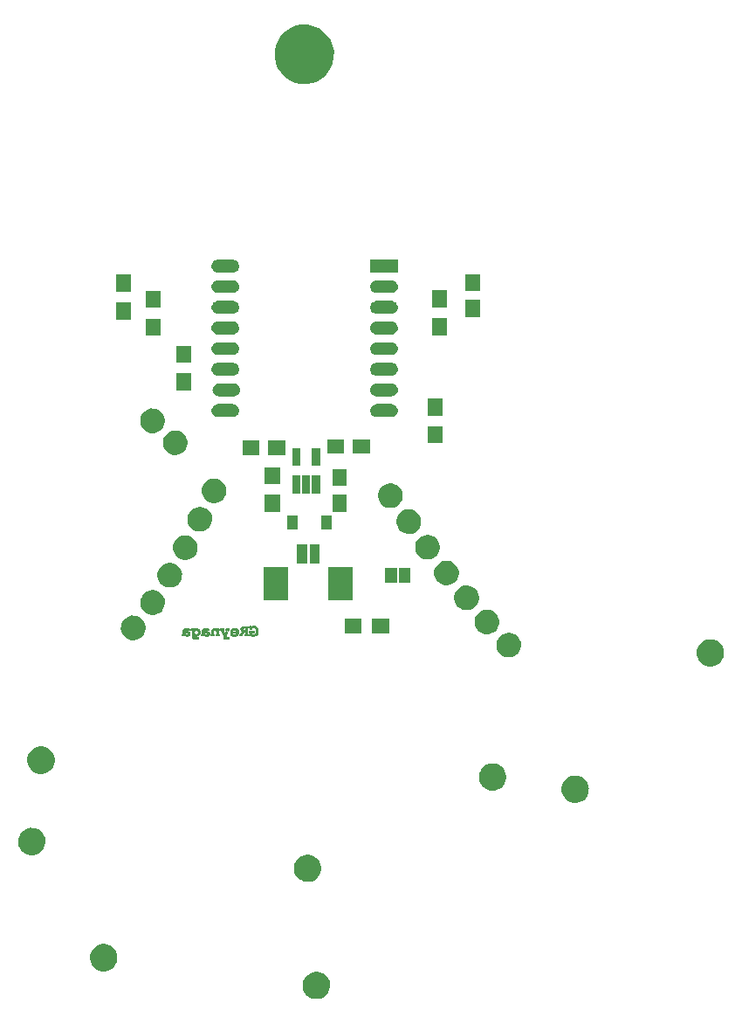
<source format=gbs>
G04 #@! TF.GenerationSoftware,KiCad,Pcbnew,no-vcs-found-d190aa4~59~ubuntu16.04.1*
G04 #@! TF.CreationDate,2017-09-23T21:20:39-06:00*
G04 #@! TF.ProjectId,001,3030312E6B696361645F706362000000,rev?*
G04 #@! TF.SameCoordinates,Original*
G04 #@! TF.FileFunction,Soldermask,Bot*
G04 #@! TF.FilePolarity,Negative*
%FSLAX46Y46*%
G04 Gerber Fmt 4.6, Leading zero omitted, Abs format (unit mm)*
G04 Created by KiCad (PCBNEW no-vcs-found-d190aa4~59~ubuntu16.04.1) date Sat Sep 23 21:20:39 2017*
%MOMM*%
%LPD*%
G01*
G04 APERTURE LIST*
%ADD10C,0.010000*%
%ADD11C,0.100000*%
G04 APERTURE END LIST*
D10*
G36*
X122968250Y-101962113D02*
X122953291Y-101962309D01*
X122941640Y-101962718D01*
X122932538Y-101963373D01*
X122925225Y-101964307D01*
X122918940Y-101965551D01*
X122912923Y-101967141D01*
X122909635Y-101968118D01*
X122890263Y-101975920D01*
X122875966Y-101986361D01*
X122866350Y-102000073D01*
X122861023Y-102017690D01*
X122859591Y-102039847D01*
X122859904Y-102048222D01*
X122861199Y-102062670D01*
X122863509Y-102073070D01*
X122867441Y-102081715D01*
X122869707Y-102085353D01*
X122882869Y-102099556D01*
X122901089Y-102110279D01*
X122923974Y-102117293D01*
X122925875Y-102117665D01*
X122936479Y-102119736D01*
X122944231Y-102121386D01*
X122947399Y-102122240D01*
X122946249Y-102125162D01*
X122942473Y-102133119D01*
X122936377Y-102145514D01*
X122928269Y-102161751D01*
X122918454Y-102181232D01*
X122907240Y-102203360D01*
X122894933Y-102227539D01*
X122881840Y-102253171D01*
X122868268Y-102279659D01*
X122854523Y-102306407D01*
X122840912Y-102332818D01*
X122827742Y-102358294D01*
X122815319Y-102382239D01*
X122803951Y-102404056D01*
X122793943Y-102423148D01*
X122785604Y-102438918D01*
X122779238Y-102450768D01*
X122775153Y-102458103D01*
X122773679Y-102460350D01*
X122771798Y-102457630D01*
X122767187Y-102449795D01*
X122760113Y-102437325D01*
X122750841Y-102420703D01*
X122739639Y-102400411D01*
X122726772Y-102376931D01*
X122712506Y-102350747D01*
X122697108Y-102322339D01*
X122680844Y-102292191D01*
X122680354Y-102291281D01*
X122589371Y-102122212D01*
X122607491Y-102119860D01*
X122633579Y-102114269D01*
X122654576Y-102104963D01*
X122670432Y-102091998D01*
X122681098Y-102075428D01*
X122686524Y-102055311D01*
X122686660Y-102031700D01*
X122686596Y-102031071D01*
X122683557Y-102013772D01*
X122677880Y-102000231D01*
X122668456Y-101988045D01*
X122665298Y-101984843D01*
X122659691Y-101979618D01*
X122654135Y-101975330D01*
X122647953Y-101971881D01*
X122640468Y-101969169D01*
X122631001Y-101967094D01*
X122618874Y-101965556D01*
X122603412Y-101964455D01*
X122583935Y-101963689D01*
X122559765Y-101963160D01*
X122530227Y-101962766D01*
X122515113Y-101962608D01*
X122485450Y-101962328D01*
X122461384Y-101962166D01*
X122442164Y-101962154D01*
X122427035Y-101962323D01*
X122415247Y-101962703D01*
X122406048Y-101963328D01*
X122398684Y-101964226D01*
X122392403Y-101965431D01*
X122386454Y-101966973D01*
X122382577Y-101968120D01*
X122362593Y-101976421D01*
X122347998Y-101987704D01*
X122338402Y-102002319D01*
X122335490Y-102010499D01*
X122332849Y-102026390D01*
X122332623Y-102044484D01*
X122334639Y-102062279D01*
X122338724Y-102077270D01*
X122340373Y-102080937D01*
X122350174Y-102093978D01*
X122364612Y-102105335D01*
X122381996Y-102113878D01*
X122395123Y-102117599D01*
X122413306Y-102121176D01*
X122591803Y-102460292D01*
X122614526Y-102503472D01*
X122636409Y-102545083D01*
X122657275Y-102584779D01*
X122676941Y-102622217D01*
X122695228Y-102657053D01*
X122711955Y-102688941D01*
X122726942Y-102717539D01*
X122740008Y-102742502D01*
X122750973Y-102763486D01*
X122759657Y-102780145D01*
X122765879Y-102792137D01*
X122769458Y-102799117D01*
X122770300Y-102800858D01*
X122767386Y-102801767D01*
X122759656Y-102802876D01*
X122748634Y-102803978D01*
X122745694Y-102804216D01*
X122720380Y-102807588D01*
X122700401Y-102813522D01*
X122685170Y-102822294D01*
X122674097Y-102834182D01*
X122670922Y-102839453D01*
X122667339Y-102847473D01*
X122665203Y-102856276D01*
X122664188Y-102867818D01*
X122663961Y-102881037D01*
X122664162Y-102895451D01*
X122665064Y-102905540D01*
X122667069Y-102913320D01*
X122670582Y-102920809D01*
X122672641Y-102924417D01*
X122682008Y-102937082D01*
X122693946Y-102946565D01*
X122709978Y-102953927D01*
X122719283Y-102956934D01*
X122723437Y-102957968D01*
X122728651Y-102958853D01*
X122735409Y-102959599D01*
X122744197Y-102960217D01*
X122755499Y-102960719D01*
X122769801Y-102961114D01*
X122787589Y-102961414D01*
X122809346Y-102961629D01*
X122835558Y-102961770D01*
X122866710Y-102961848D01*
X122903288Y-102961873D01*
X122941533Y-102961860D01*
X122984158Y-102961810D01*
X123020879Y-102961714D01*
X123052139Y-102961563D01*
X123078384Y-102961349D01*
X123100059Y-102961061D01*
X123117608Y-102960690D01*
X123131477Y-102960227D01*
X123142111Y-102959662D01*
X123149954Y-102958987D01*
X123155452Y-102958190D01*
X123159049Y-102957264D01*
X123159054Y-102957262D01*
X123174387Y-102950138D01*
X123186383Y-102940220D01*
X123197125Y-102925776D01*
X123197338Y-102925435D01*
X123202404Y-102916379D01*
X123205457Y-102907817D01*
X123207106Y-102897391D01*
X123207890Y-102884466D01*
X123208160Y-102870583D01*
X123207391Y-102860777D01*
X123205214Y-102852813D01*
X123201296Y-102844525D01*
X123193956Y-102833894D01*
X123184612Y-102824233D01*
X123181219Y-102821585D01*
X123173427Y-102816644D01*
X123165239Y-102812661D01*
X123155892Y-102809537D01*
X123144620Y-102807172D01*
X123130659Y-102805466D01*
X123113244Y-102804321D01*
X123091611Y-102803637D01*
X123064994Y-102803314D01*
X123040147Y-102803250D01*
X122949378Y-102803250D01*
X122906670Y-102723265D01*
X122895721Y-102702659D01*
X122885854Y-102683898D01*
X122877440Y-102667703D01*
X122870850Y-102654793D01*
X122866454Y-102645889D01*
X122864623Y-102641713D01*
X122864598Y-102641509D01*
X122866112Y-102638490D01*
X122870331Y-102630224D01*
X122877049Y-102617111D01*
X122886062Y-102599548D01*
X122897165Y-102577933D01*
X122910153Y-102552665D01*
X122924822Y-102524141D01*
X122940967Y-102492760D01*
X122958383Y-102458921D01*
X122976865Y-102423021D01*
X122996210Y-102385459D01*
X122998520Y-102380975D01*
X123131807Y-102122212D01*
X123145523Y-102118580D01*
X123168313Y-102110745D01*
X123185496Y-102100493D01*
X123197541Y-102087244D01*
X123204919Y-102070420D01*
X123208101Y-102049441D01*
X123208311Y-102041250D01*
X123206657Y-102019293D01*
X123201294Y-102001885D01*
X123191623Y-101988039D01*
X123177046Y-101976767D01*
X123165548Y-101970761D01*
X123161107Y-101968803D01*
X123156683Y-101967223D01*
X123151557Y-101965972D01*
X123145009Y-101965003D01*
X123136320Y-101964268D01*
X123124769Y-101963719D01*
X123109637Y-101963309D01*
X123090204Y-101962989D01*
X123065750Y-101962712D01*
X123040583Y-101962476D01*
X123011136Y-101962230D01*
X122987278Y-101962097D01*
X122968250Y-101962113D01*
X122968250Y-101962113D01*
G37*
X122968250Y-101962113D02*
X122953291Y-101962309D01*
X122941640Y-101962718D01*
X122932538Y-101963373D01*
X122925225Y-101964307D01*
X122918940Y-101965551D01*
X122912923Y-101967141D01*
X122909635Y-101968118D01*
X122890263Y-101975920D01*
X122875966Y-101986361D01*
X122866350Y-102000073D01*
X122861023Y-102017690D01*
X122859591Y-102039847D01*
X122859904Y-102048222D01*
X122861199Y-102062670D01*
X122863509Y-102073070D01*
X122867441Y-102081715D01*
X122869707Y-102085353D01*
X122882869Y-102099556D01*
X122901089Y-102110279D01*
X122923974Y-102117293D01*
X122925875Y-102117665D01*
X122936479Y-102119736D01*
X122944231Y-102121386D01*
X122947399Y-102122240D01*
X122946249Y-102125162D01*
X122942473Y-102133119D01*
X122936377Y-102145514D01*
X122928269Y-102161751D01*
X122918454Y-102181232D01*
X122907240Y-102203360D01*
X122894933Y-102227539D01*
X122881840Y-102253171D01*
X122868268Y-102279659D01*
X122854523Y-102306407D01*
X122840912Y-102332818D01*
X122827742Y-102358294D01*
X122815319Y-102382239D01*
X122803951Y-102404056D01*
X122793943Y-102423148D01*
X122785604Y-102438918D01*
X122779238Y-102450768D01*
X122775153Y-102458103D01*
X122773679Y-102460350D01*
X122771798Y-102457630D01*
X122767187Y-102449795D01*
X122760113Y-102437325D01*
X122750841Y-102420703D01*
X122739639Y-102400411D01*
X122726772Y-102376931D01*
X122712506Y-102350747D01*
X122697108Y-102322339D01*
X122680844Y-102292191D01*
X122680354Y-102291281D01*
X122589371Y-102122212D01*
X122607491Y-102119860D01*
X122633579Y-102114269D01*
X122654576Y-102104963D01*
X122670432Y-102091998D01*
X122681098Y-102075428D01*
X122686524Y-102055311D01*
X122686660Y-102031700D01*
X122686596Y-102031071D01*
X122683557Y-102013772D01*
X122677880Y-102000231D01*
X122668456Y-101988045D01*
X122665298Y-101984843D01*
X122659691Y-101979618D01*
X122654135Y-101975330D01*
X122647953Y-101971881D01*
X122640468Y-101969169D01*
X122631001Y-101967094D01*
X122618874Y-101965556D01*
X122603412Y-101964455D01*
X122583935Y-101963689D01*
X122559765Y-101963160D01*
X122530227Y-101962766D01*
X122515113Y-101962608D01*
X122485450Y-101962328D01*
X122461384Y-101962166D01*
X122442164Y-101962154D01*
X122427035Y-101962323D01*
X122415247Y-101962703D01*
X122406048Y-101963328D01*
X122398684Y-101964226D01*
X122392403Y-101965431D01*
X122386454Y-101966973D01*
X122382577Y-101968120D01*
X122362593Y-101976421D01*
X122347998Y-101987704D01*
X122338402Y-102002319D01*
X122335490Y-102010499D01*
X122332849Y-102026390D01*
X122332623Y-102044484D01*
X122334639Y-102062279D01*
X122338724Y-102077270D01*
X122340373Y-102080937D01*
X122350174Y-102093978D01*
X122364612Y-102105335D01*
X122381996Y-102113878D01*
X122395123Y-102117599D01*
X122413306Y-102121176D01*
X122591803Y-102460292D01*
X122614526Y-102503472D01*
X122636409Y-102545083D01*
X122657275Y-102584779D01*
X122676941Y-102622217D01*
X122695228Y-102657053D01*
X122711955Y-102688941D01*
X122726942Y-102717539D01*
X122740008Y-102742502D01*
X122750973Y-102763486D01*
X122759657Y-102780145D01*
X122765879Y-102792137D01*
X122769458Y-102799117D01*
X122770300Y-102800858D01*
X122767386Y-102801767D01*
X122759656Y-102802876D01*
X122748634Y-102803978D01*
X122745694Y-102804216D01*
X122720380Y-102807588D01*
X122700401Y-102813522D01*
X122685170Y-102822294D01*
X122674097Y-102834182D01*
X122670922Y-102839453D01*
X122667339Y-102847473D01*
X122665203Y-102856276D01*
X122664188Y-102867818D01*
X122663961Y-102881037D01*
X122664162Y-102895451D01*
X122665064Y-102905540D01*
X122667069Y-102913320D01*
X122670582Y-102920809D01*
X122672641Y-102924417D01*
X122682008Y-102937082D01*
X122693946Y-102946565D01*
X122709978Y-102953927D01*
X122719283Y-102956934D01*
X122723437Y-102957968D01*
X122728651Y-102958853D01*
X122735409Y-102959599D01*
X122744197Y-102960217D01*
X122755499Y-102960719D01*
X122769801Y-102961114D01*
X122787589Y-102961414D01*
X122809346Y-102961629D01*
X122835558Y-102961770D01*
X122866710Y-102961848D01*
X122903288Y-102961873D01*
X122941533Y-102961860D01*
X122984158Y-102961810D01*
X123020879Y-102961714D01*
X123052139Y-102961563D01*
X123078384Y-102961349D01*
X123100059Y-102961061D01*
X123117608Y-102960690D01*
X123131477Y-102960227D01*
X123142111Y-102959662D01*
X123149954Y-102958987D01*
X123155452Y-102958190D01*
X123159049Y-102957264D01*
X123159054Y-102957262D01*
X123174387Y-102950138D01*
X123186383Y-102940220D01*
X123197125Y-102925776D01*
X123197338Y-102925435D01*
X123202404Y-102916379D01*
X123205457Y-102907817D01*
X123207106Y-102897391D01*
X123207890Y-102884466D01*
X123208160Y-102870583D01*
X123207391Y-102860777D01*
X123205214Y-102852813D01*
X123201296Y-102844525D01*
X123193956Y-102833894D01*
X123184612Y-102824233D01*
X123181219Y-102821585D01*
X123173427Y-102816644D01*
X123165239Y-102812661D01*
X123155892Y-102809537D01*
X123144620Y-102807172D01*
X123130659Y-102805466D01*
X123113244Y-102804321D01*
X123091611Y-102803637D01*
X123064994Y-102803314D01*
X123040147Y-102803250D01*
X122949378Y-102803250D01*
X122906670Y-102723265D01*
X122895721Y-102702659D01*
X122885854Y-102683898D01*
X122877440Y-102667703D01*
X122870850Y-102654793D01*
X122866454Y-102645889D01*
X122864623Y-102641713D01*
X122864598Y-102641509D01*
X122866112Y-102638490D01*
X122870331Y-102630224D01*
X122877049Y-102617111D01*
X122886062Y-102599548D01*
X122897165Y-102577933D01*
X122910153Y-102552665D01*
X122924822Y-102524141D01*
X122940967Y-102492760D01*
X122958383Y-102458921D01*
X122976865Y-102423021D01*
X122996210Y-102385459D01*
X122998520Y-102380975D01*
X123131807Y-102122212D01*
X123145523Y-102118580D01*
X123168313Y-102110745D01*
X123185496Y-102100493D01*
X123197541Y-102087244D01*
X123204919Y-102070420D01*
X123208101Y-102049441D01*
X123208311Y-102041250D01*
X123206657Y-102019293D01*
X123201294Y-102001885D01*
X123191623Y-101988039D01*
X123177046Y-101976767D01*
X123165548Y-101970761D01*
X123161107Y-101968803D01*
X123156683Y-101967223D01*
X123151557Y-101965972D01*
X123145009Y-101965003D01*
X123136320Y-101964268D01*
X123124769Y-101963719D01*
X123109637Y-101963309D01*
X123090204Y-101962989D01*
X123065750Y-101962712D01*
X123040583Y-101962476D01*
X123011136Y-101962230D01*
X122987278Y-101962097D01*
X122968250Y-101962113D01*
G36*
X119976466Y-101941660D02*
X119959432Y-101941945D01*
X119946101Y-101942554D01*
X119935150Y-101943605D01*
X119925255Y-101945219D01*
X119915093Y-101947514D01*
X119905797Y-101949944D01*
X119871204Y-101961379D01*
X119837598Y-101976439D01*
X119807354Y-101994029D01*
X119801675Y-101997925D01*
X119781038Y-102012529D01*
X119779194Y-101961875D01*
X119673116Y-101961875D01*
X119643729Y-101961979D01*
X119617114Y-101962282D01*
X119593961Y-101962762D01*
X119574963Y-101963401D01*
X119560811Y-101964180D01*
X119552197Y-101965079D01*
X119551319Y-101965246D01*
X119529957Y-101972648D01*
X119512766Y-101984507D01*
X119500189Y-102000295D01*
X119492666Y-102019483D01*
X119490574Y-102038075D01*
X119492154Y-102058860D01*
X119497262Y-102075593D01*
X119506402Y-102089804D01*
X119508226Y-102091895D01*
X119521023Y-102103228D01*
X119536515Y-102111364D01*
X119555750Y-102116683D01*
X119579775Y-102119570D01*
X119584857Y-102119869D01*
X119617525Y-102121536D01*
X119617528Y-102398099D01*
X119617550Y-102451492D01*
X119617625Y-102498947D01*
X119617766Y-102540873D01*
X119617990Y-102577681D01*
X119618310Y-102609784D01*
X119618741Y-102637591D01*
X119619298Y-102661513D01*
X119619996Y-102681962D01*
X119620849Y-102699348D01*
X119621872Y-102714082D01*
X119623079Y-102726575D01*
X119624486Y-102737238D01*
X119626107Y-102746482D01*
X119627956Y-102754717D01*
X119630048Y-102762355D01*
X119630597Y-102764174D01*
X119645456Y-102802047D01*
X119665699Y-102836917D01*
X119690932Y-102868414D01*
X119720760Y-102896170D01*
X119754789Y-102919814D01*
X119792625Y-102938978D01*
X119831838Y-102952725D01*
X119838291Y-102954473D01*
X119844525Y-102955916D01*
X119851215Y-102957089D01*
X119859037Y-102958026D01*
X119868667Y-102958759D01*
X119880778Y-102959324D01*
X119896047Y-102959753D01*
X119915148Y-102960080D01*
X119938758Y-102960339D01*
X119967549Y-102960564D01*
X119992175Y-102960725D01*
X120021634Y-102960841D01*
X120049373Y-102960817D01*
X120074677Y-102960662D01*
X120096827Y-102960387D01*
X120115108Y-102960002D01*
X120128802Y-102959517D01*
X120137192Y-102958942D01*
X120139069Y-102958652D01*
X120161200Y-102950639D01*
X120178641Y-102938692D01*
X120191127Y-102923059D01*
X120198394Y-102903986D01*
X120198589Y-102903074D01*
X120200983Y-102880178D01*
X120198650Y-102858890D01*
X120191857Y-102840308D01*
X120180866Y-102825533D01*
X120179688Y-102824434D01*
X120173419Y-102819288D01*
X120166628Y-102815037D01*
X120158666Y-102811596D01*
X120148889Y-102808884D01*
X120136649Y-102806816D01*
X120121302Y-102805310D01*
X120102200Y-102804281D01*
X120078697Y-102803646D01*
X120050148Y-102803322D01*
X120015906Y-102803226D01*
X120015361Y-102803226D01*
X119981419Y-102803140D01*
X119953103Y-102802854D01*
X119929692Y-102802301D01*
X119910465Y-102801413D01*
X119894700Y-102800124D01*
X119881676Y-102798367D01*
X119870669Y-102796074D01*
X119860960Y-102793178D01*
X119851826Y-102789611D01*
X119847321Y-102787589D01*
X119824564Y-102774346D01*
X119806724Y-102757734D01*
X119792871Y-102736860D01*
X119791387Y-102733936D01*
X119781038Y-102712930D01*
X119778938Y-102596290D01*
X119798649Y-102609675D01*
X119822580Y-102624131D01*
X119850304Y-102637949D01*
X119879283Y-102649972D01*
X119906562Y-102658924D01*
X119938038Y-102665460D01*
X119973351Y-102669053D01*
X120010726Y-102669732D01*
X120048388Y-102667527D01*
X120084562Y-102662466D01*
X120114413Y-102655485D01*
X120156940Y-102640021D01*
X120197004Y-102619181D01*
X120234084Y-102593493D01*
X120267660Y-102563488D01*
X120297214Y-102529695D01*
X120322225Y-102492643D01*
X120342173Y-102452861D01*
X120356540Y-102410880D01*
X120357275Y-102408060D01*
X120366740Y-102359106D01*
X120370239Y-102310127D01*
X120369973Y-102304775D01*
X120209046Y-102304775D01*
X120206142Y-102340612D01*
X120197492Y-102373789D01*
X120183022Y-102404503D01*
X120162654Y-102432953D01*
X120158261Y-102437954D01*
X120130770Y-102463816D01*
X120100282Y-102484214D01*
X120067295Y-102498986D01*
X120032305Y-102507971D01*
X119995808Y-102511008D01*
X119958300Y-102507936D01*
X119948385Y-102506105D01*
X119914390Y-102496076D01*
X119882812Y-102480813D01*
X119854278Y-102460909D01*
X119829415Y-102436957D01*
X119808850Y-102409549D01*
X119793210Y-102379279D01*
X119783985Y-102350607D01*
X119780305Y-102325339D01*
X119780006Y-102297443D01*
X119782946Y-102269575D01*
X119788982Y-102244388D01*
X119789832Y-102241888D01*
X119804281Y-102210068D01*
X119823799Y-102181332D01*
X119847670Y-102156136D01*
X119875182Y-102134937D01*
X119905622Y-102118192D01*
X119938274Y-102106358D01*
X119972427Y-102099892D01*
X120007366Y-102099250D01*
X120012032Y-102099628D01*
X120032146Y-102102031D01*
X120049291Y-102105536D01*
X120065900Y-102110833D01*
X120084405Y-102118616D01*
X120093091Y-102122679D01*
X120108278Y-102130409D01*
X120120642Y-102138102D01*
X120132310Y-102147292D01*
X120145408Y-102159511D01*
X120148752Y-102162817D01*
X120172030Y-102189171D01*
X120189325Y-102216252D01*
X120201004Y-102244923D01*
X120207434Y-102276046D01*
X120209046Y-102304775D01*
X120369973Y-102304775D01*
X120367825Y-102261724D01*
X120359552Y-102214499D01*
X120345473Y-102169051D01*
X120333483Y-102141262D01*
X120320394Y-102116145D01*
X120306588Y-102094162D01*
X120290791Y-102073610D01*
X120271726Y-102052784D01*
X120255016Y-102036433D01*
X120219871Y-102006996D01*
X120182324Y-101983064D01*
X120141658Y-101964257D01*
X120097156Y-101950192D01*
X120089202Y-101948256D01*
X120077618Y-101945781D01*
X120066325Y-101943983D01*
X120053983Y-101942762D01*
X120039251Y-101942021D01*
X120020788Y-101941660D01*
X119998525Y-101941579D01*
X119976466Y-101941660D01*
X119976466Y-101941660D01*
G37*
X119976466Y-101941660D02*
X119959432Y-101941945D01*
X119946101Y-101942554D01*
X119935150Y-101943605D01*
X119925255Y-101945219D01*
X119915093Y-101947514D01*
X119905797Y-101949944D01*
X119871204Y-101961379D01*
X119837598Y-101976439D01*
X119807354Y-101994029D01*
X119801675Y-101997925D01*
X119781038Y-102012529D01*
X119779194Y-101961875D01*
X119673116Y-101961875D01*
X119643729Y-101961979D01*
X119617114Y-101962282D01*
X119593961Y-101962762D01*
X119574963Y-101963401D01*
X119560811Y-101964180D01*
X119552197Y-101965079D01*
X119551319Y-101965246D01*
X119529957Y-101972648D01*
X119512766Y-101984507D01*
X119500189Y-102000295D01*
X119492666Y-102019483D01*
X119490574Y-102038075D01*
X119492154Y-102058860D01*
X119497262Y-102075593D01*
X119506402Y-102089804D01*
X119508226Y-102091895D01*
X119521023Y-102103228D01*
X119536515Y-102111364D01*
X119555750Y-102116683D01*
X119579775Y-102119570D01*
X119584857Y-102119869D01*
X119617525Y-102121536D01*
X119617528Y-102398099D01*
X119617550Y-102451492D01*
X119617625Y-102498947D01*
X119617766Y-102540873D01*
X119617990Y-102577681D01*
X119618310Y-102609784D01*
X119618741Y-102637591D01*
X119619298Y-102661513D01*
X119619996Y-102681962D01*
X119620849Y-102699348D01*
X119621872Y-102714082D01*
X119623079Y-102726575D01*
X119624486Y-102737238D01*
X119626107Y-102746482D01*
X119627956Y-102754717D01*
X119630048Y-102762355D01*
X119630597Y-102764174D01*
X119645456Y-102802047D01*
X119665699Y-102836917D01*
X119690932Y-102868414D01*
X119720760Y-102896170D01*
X119754789Y-102919814D01*
X119792625Y-102938978D01*
X119831838Y-102952725D01*
X119838291Y-102954473D01*
X119844525Y-102955916D01*
X119851215Y-102957089D01*
X119859037Y-102958026D01*
X119868667Y-102958759D01*
X119880778Y-102959324D01*
X119896047Y-102959753D01*
X119915148Y-102960080D01*
X119938758Y-102960339D01*
X119967549Y-102960564D01*
X119992175Y-102960725D01*
X120021634Y-102960841D01*
X120049373Y-102960817D01*
X120074677Y-102960662D01*
X120096827Y-102960387D01*
X120115108Y-102960002D01*
X120128802Y-102959517D01*
X120137192Y-102958942D01*
X120139069Y-102958652D01*
X120161200Y-102950639D01*
X120178641Y-102938692D01*
X120191127Y-102923059D01*
X120198394Y-102903986D01*
X120198589Y-102903074D01*
X120200983Y-102880178D01*
X120198650Y-102858890D01*
X120191857Y-102840308D01*
X120180866Y-102825533D01*
X120179688Y-102824434D01*
X120173419Y-102819288D01*
X120166628Y-102815037D01*
X120158666Y-102811596D01*
X120148889Y-102808884D01*
X120136649Y-102806816D01*
X120121302Y-102805310D01*
X120102200Y-102804281D01*
X120078697Y-102803646D01*
X120050148Y-102803322D01*
X120015906Y-102803226D01*
X120015361Y-102803226D01*
X119981419Y-102803140D01*
X119953103Y-102802854D01*
X119929692Y-102802301D01*
X119910465Y-102801413D01*
X119894700Y-102800124D01*
X119881676Y-102798367D01*
X119870669Y-102796074D01*
X119860960Y-102793178D01*
X119851826Y-102789611D01*
X119847321Y-102787589D01*
X119824564Y-102774346D01*
X119806724Y-102757734D01*
X119792871Y-102736860D01*
X119791387Y-102733936D01*
X119781038Y-102712930D01*
X119778938Y-102596290D01*
X119798649Y-102609675D01*
X119822580Y-102624131D01*
X119850304Y-102637949D01*
X119879283Y-102649972D01*
X119906562Y-102658924D01*
X119938038Y-102665460D01*
X119973351Y-102669053D01*
X120010726Y-102669732D01*
X120048388Y-102667527D01*
X120084562Y-102662466D01*
X120114413Y-102655485D01*
X120156940Y-102640021D01*
X120197004Y-102619181D01*
X120234084Y-102593493D01*
X120267660Y-102563488D01*
X120297214Y-102529695D01*
X120322225Y-102492643D01*
X120342173Y-102452861D01*
X120356540Y-102410880D01*
X120357275Y-102408060D01*
X120366740Y-102359106D01*
X120370239Y-102310127D01*
X120369973Y-102304775D01*
X120209046Y-102304775D01*
X120206142Y-102340612D01*
X120197492Y-102373789D01*
X120183022Y-102404503D01*
X120162654Y-102432953D01*
X120158261Y-102437954D01*
X120130770Y-102463816D01*
X120100282Y-102484214D01*
X120067295Y-102498986D01*
X120032305Y-102507971D01*
X119995808Y-102511008D01*
X119958300Y-102507936D01*
X119948385Y-102506105D01*
X119914390Y-102496076D01*
X119882812Y-102480813D01*
X119854278Y-102460909D01*
X119829415Y-102436957D01*
X119808850Y-102409549D01*
X119793210Y-102379279D01*
X119783985Y-102350607D01*
X119780305Y-102325339D01*
X119780006Y-102297443D01*
X119782946Y-102269575D01*
X119788982Y-102244388D01*
X119789832Y-102241888D01*
X119804281Y-102210068D01*
X119823799Y-102181332D01*
X119847670Y-102156136D01*
X119875182Y-102134937D01*
X119905622Y-102118192D01*
X119938274Y-102106358D01*
X119972427Y-102099892D01*
X120007366Y-102099250D01*
X120012032Y-102099628D01*
X120032146Y-102102031D01*
X120049291Y-102105536D01*
X120065900Y-102110833D01*
X120084405Y-102118616D01*
X120093091Y-102122679D01*
X120108278Y-102130409D01*
X120120642Y-102138102D01*
X120132310Y-102147292D01*
X120145408Y-102159511D01*
X120148752Y-102162817D01*
X120172030Y-102189171D01*
X120189325Y-102216252D01*
X120201004Y-102244923D01*
X120207434Y-102276046D01*
X120209046Y-102304775D01*
X120369973Y-102304775D01*
X120367825Y-102261724D01*
X120359552Y-102214499D01*
X120345473Y-102169051D01*
X120333483Y-102141262D01*
X120320394Y-102116145D01*
X120306588Y-102094162D01*
X120290791Y-102073610D01*
X120271726Y-102052784D01*
X120255016Y-102036433D01*
X120219871Y-102006996D01*
X120182324Y-101983064D01*
X120141658Y-101964257D01*
X120097156Y-101950192D01*
X120089202Y-101948256D01*
X120077618Y-101945781D01*
X120066325Y-101943983D01*
X120053983Y-101942762D01*
X120039251Y-101942021D01*
X120020788Y-101941660D01*
X119998525Y-101941579D01*
X119976466Y-101941660D01*
G36*
X123683884Y-101942384D02*
X123636811Y-101948283D01*
X123591582Y-101958483D01*
X123549176Y-101972904D01*
X123510576Y-101991462D01*
X123506663Y-101993718D01*
X123468234Y-102019249D01*
X123433048Y-102048595D01*
X123401801Y-102080997D01*
X123375187Y-102115699D01*
X123353901Y-102151945D01*
X123346275Y-102168486D01*
X123334737Y-102199800D01*
X123326198Y-102232397D01*
X123320448Y-102267499D01*
X123317278Y-102306327D01*
X123316456Y-102342081D01*
X123316400Y-102380975D01*
X123635828Y-102380975D01*
X123687944Y-102380979D01*
X123734072Y-102380996D01*
X123774572Y-102381032D01*
X123809805Y-102381093D01*
X123840133Y-102381186D01*
X123865917Y-102381317D01*
X123887518Y-102381492D01*
X123905298Y-102381718D01*
X123919616Y-102382001D01*
X123930836Y-102382347D01*
X123939317Y-102382763D01*
X123945421Y-102383255D01*
X123949509Y-102383829D01*
X123951942Y-102384491D01*
X123953082Y-102385249D01*
X123953289Y-102386107D01*
X123953174Y-102386531D01*
X123946496Y-102400203D01*
X123936311Y-102416052D01*
X123923966Y-102432159D01*
X123911229Y-102446189D01*
X123885802Y-102467167D01*
X123855554Y-102484372D01*
X123820825Y-102497727D01*
X123781959Y-102507153D01*
X123739296Y-102512574D01*
X123693179Y-102513913D01*
X123643950Y-102511091D01*
X123630706Y-102509669D01*
X123609965Y-102507020D01*
X123589825Y-102503943D01*
X123569033Y-102500189D01*
X123546337Y-102495512D01*
X123520483Y-102489662D01*
X123490219Y-102482390D01*
X123478325Y-102479456D01*
X123448700Y-102472452D01*
X123424278Y-102467560D01*
X123404268Y-102464795D01*
X123387882Y-102464171D01*
X123374328Y-102465705D01*
X123362817Y-102469409D01*
X123352558Y-102475300D01*
X123344331Y-102481947D01*
X123330379Y-102497442D01*
X123321986Y-102514322D01*
X123318442Y-102534167D01*
X123318226Y-102540242D01*
X123318464Y-102552597D01*
X123319994Y-102561271D01*
X123323528Y-102568904D01*
X123327647Y-102575143D01*
X123338306Y-102587692D01*
X123352153Y-102599173D01*
X123369791Y-102609897D01*
X123391823Y-102620176D01*
X123418853Y-102630320D01*
X123451484Y-102640640D01*
X123458825Y-102642778D01*
X123498396Y-102652649D01*
X123542301Y-102660885D01*
X123588665Y-102667163D01*
X123615817Y-102669769D01*
X123631393Y-102670740D01*
X123650934Y-102671511D01*
X123673094Y-102672072D01*
X123696527Y-102672415D01*
X123719888Y-102672531D01*
X123741831Y-102672410D01*
X123761011Y-102672045D01*
X123776080Y-102671425D01*
X123783125Y-102670873D01*
X123791117Y-102669732D01*
X123803291Y-102667660D01*
X123817611Y-102665013D01*
X123825106Y-102663552D01*
X123874358Y-102651004D01*
X123919675Y-102633627D01*
X123961502Y-102611187D01*
X124000285Y-102583450D01*
X124031018Y-102555708D01*
X124061311Y-102521967D01*
X124085718Y-102486688D01*
X124104543Y-102449217D01*
X124118087Y-102408903D01*
X124126654Y-102365092D01*
X124128931Y-102344462D01*
X124130328Y-102295106D01*
X124125816Y-102247855D01*
X124123571Y-102238100D01*
X123951119Y-102238100D01*
X123496687Y-102238100D01*
X123498806Y-102229368D01*
X123503653Y-102216890D01*
X123512265Y-102201973D01*
X123523550Y-102186264D01*
X123536411Y-102171412D01*
X123539208Y-102168557D01*
X123557702Y-102152775D01*
X123580178Y-102137722D01*
X123604307Y-102124826D01*
X123623035Y-102117095D01*
X123658927Y-102107426D01*
X123697591Y-102102283D01*
X123737392Y-102101649D01*
X123776697Y-102105505D01*
X123813871Y-102113835D01*
X123830138Y-102119289D01*
X123859353Y-102132735D01*
X123886047Y-102149822D01*
X123909358Y-102169766D01*
X123928424Y-102191780D01*
X123942383Y-102215079D01*
X123946691Y-102225550D01*
X123951119Y-102238100D01*
X124123571Y-102238100D01*
X124115468Y-102202893D01*
X124099358Y-102160405D01*
X124077559Y-102120576D01*
X124050146Y-102083593D01*
X124017191Y-102049639D01*
X124008694Y-102042157D01*
X123975335Y-102015885D01*
X123942100Y-101994583D01*
X123907131Y-101977187D01*
X123870982Y-101963435D01*
X123826349Y-101951313D01*
X123779633Y-101943818D01*
X123731818Y-101940869D01*
X123683884Y-101942384D01*
X123683884Y-101942384D01*
G37*
X123683884Y-101942384D02*
X123636811Y-101948283D01*
X123591582Y-101958483D01*
X123549176Y-101972904D01*
X123510576Y-101991462D01*
X123506663Y-101993718D01*
X123468234Y-102019249D01*
X123433048Y-102048595D01*
X123401801Y-102080997D01*
X123375187Y-102115699D01*
X123353901Y-102151945D01*
X123346275Y-102168486D01*
X123334737Y-102199800D01*
X123326198Y-102232397D01*
X123320448Y-102267499D01*
X123317278Y-102306327D01*
X123316456Y-102342081D01*
X123316400Y-102380975D01*
X123635828Y-102380975D01*
X123687944Y-102380979D01*
X123734072Y-102380996D01*
X123774572Y-102381032D01*
X123809805Y-102381093D01*
X123840133Y-102381186D01*
X123865917Y-102381317D01*
X123887518Y-102381492D01*
X123905298Y-102381718D01*
X123919616Y-102382001D01*
X123930836Y-102382347D01*
X123939317Y-102382763D01*
X123945421Y-102383255D01*
X123949509Y-102383829D01*
X123951942Y-102384491D01*
X123953082Y-102385249D01*
X123953289Y-102386107D01*
X123953174Y-102386531D01*
X123946496Y-102400203D01*
X123936311Y-102416052D01*
X123923966Y-102432159D01*
X123911229Y-102446189D01*
X123885802Y-102467167D01*
X123855554Y-102484372D01*
X123820825Y-102497727D01*
X123781959Y-102507153D01*
X123739296Y-102512574D01*
X123693179Y-102513913D01*
X123643950Y-102511091D01*
X123630706Y-102509669D01*
X123609965Y-102507020D01*
X123589825Y-102503943D01*
X123569033Y-102500189D01*
X123546337Y-102495512D01*
X123520483Y-102489662D01*
X123490219Y-102482390D01*
X123478325Y-102479456D01*
X123448700Y-102472452D01*
X123424278Y-102467560D01*
X123404268Y-102464795D01*
X123387882Y-102464171D01*
X123374328Y-102465705D01*
X123362817Y-102469409D01*
X123352558Y-102475300D01*
X123344331Y-102481947D01*
X123330379Y-102497442D01*
X123321986Y-102514322D01*
X123318442Y-102534167D01*
X123318226Y-102540242D01*
X123318464Y-102552597D01*
X123319994Y-102561271D01*
X123323528Y-102568904D01*
X123327647Y-102575143D01*
X123338306Y-102587692D01*
X123352153Y-102599173D01*
X123369791Y-102609897D01*
X123391823Y-102620176D01*
X123418853Y-102630320D01*
X123451484Y-102640640D01*
X123458825Y-102642778D01*
X123498396Y-102652649D01*
X123542301Y-102660885D01*
X123588665Y-102667163D01*
X123615817Y-102669769D01*
X123631393Y-102670740D01*
X123650934Y-102671511D01*
X123673094Y-102672072D01*
X123696527Y-102672415D01*
X123719888Y-102672531D01*
X123741831Y-102672410D01*
X123761011Y-102672045D01*
X123776080Y-102671425D01*
X123783125Y-102670873D01*
X123791117Y-102669732D01*
X123803291Y-102667660D01*
X123817611Y-102665013D01*
X123825106Y-102663552D01*
X123874358Y-102651004D01*
X123919675Y-102633627D01*
X123961502Y-102611187D01*
X124000285Y-102583450D01*
X124031018Y-102555708D01*
X124061311Y-102521967D01*
X124085718Y-102486688D01*
X124104543Y-102449217D01*
X124118087Y-102408903D01*
X124126654Y-102365092D01*
X124128931Y-102344462D01*
X124130328Y-102295106D01*
X124125816Y-102247855D01*
X124123571Y-102238100D01*
X123951119Y-102238100D01*
X123496687Y-102238100D01*
X123498806Y-102229368D01*
X123503653Y-102216890D01*
X123512265Y-102201973D01*
X123523550Y-102186264D01*
X123536411Y-102171412D01*
X123539208Y-102168557D01*
X123557702Y-102152775D01*
X123580178Y-102137722D01*
X123604307Y-102124826D01*
X123623035Y-102117095D01*
X123658927Y-102107426D01*
X123697591Y-102102283D01*
X123737392Y-102101649D01*
X123776697Y-102105505D01*
X123813871Y-102113835D01*
X123830138Y-102119289D01*
X123859353Y-102132735D01*
X123886047Y-102149822D01*
X123909358Y-102169766D01*
X123928424Y-102191780D01*
X123942383Y-102215079D01*
X123946691Y-102225550D01*
X123951119Y-102238100D01*
X124123571Y-102238100D01*
X124115468Y-102202893D01*
X124099358Y-102160405D01*
X124077559Y-102120576D01*
X124050146Y-102083593D01*
X124017191Y-102049639D01*
X124008694Y-102042157D01*
X123975335Y-102015885D01*
X123942100Y-101994583D01*
X123907131Y-101977187D01*
X123870982Y-101963435D01*
X123826349Y-101951313D01*
X123779633Y-101943818D01*
X123731818Y-101940869D01*
X123683884Y-101942384D01*
G36*
X120846144Y-101943179D02*
X120798474Y-101950327D01*
X120754884Y-101961989D01*
X120715543Y-101978131D01*
X120685353Y-101995493D01*
X120657653Y-102016876D01*
X120635286Y-102040846D01*
X120617473Y-102068268D01*
X120614218Y-102074587D01*
X120609743Y-102083854D01*
X120605921Y-102092548D01*
X120602699Y-102101240D01*
X120600027Y-102110499D01*
X120597852Y-102120896D01*
X120596125Y-102133003D01*
X120594794Y-102147390D01*
X120593807Y-102164627D01*
X120593114Y-102185284D01*
X120592663Y-102209933D01*
X120592403Y-102239145D01*
X120592283Y-102273488D01*
X120592251Y-102313535D01*
X120592250Y-102319341D01*
X120592250Y-102488925D01*
X120572196Y-102488925D01*
X120541704Y-102490827D01*
X120516210Y-102496520D01*
X120495751Y-102505983D01*
X120480362Y-102519196D01*
X120470076Y-102536136D01*
X120465490Y-102552706D01*
X120464205Y-102576668D01*
X120468289Y-102597901D01*
X120477475Y-102615939D01*
X120491498Y-102630314D01*
X120510092Y-102640559D01*
X120516777Y-102642834D01*
X120522427Y-102644186D01*
X120529766Y-102645274D01*
X120539470Y-102646122D01*
X120552215Y-102646756D01*
X120568676Y-102647203D01*
X120589528Y-102647488D01*
X120615447Y-102647636D01*
X120643627Y-102647675D01*
X120754175Y-102647675D01*
X120754175Y-102631800D01*
X120754480Y-102622741D01*
X120755259Y-102616993D01*
X120755869Y-102615925D01*
X120759427Y-102617244D01*
X120766730Y-102620628D01*
X120772537Y-102623502D01*
X120796723Y-102634233D01*
X120825500Y-102644525D01*
X120857112Y-102653867D01*
X120889800Y-102661746D01*
X120921808Y-102667651D01*
X120926510Y-102668345D01*
X120942170Y-102670022D01*
X120961751Y-102671293D01*
X120983743Y-102672141D01*
X121006636Y-102672552D01*
X121028920Y-102672509D01*
X121049086Y-102671998D01*
X121065621Y-102671002D01*
X121075106Y-102669866D01*
X121117812Y-102659891D01*
X121157535Y-102645055D01*
X121193696Y-102625650D01*
X121225718Y-102601970D01*
X121243793Y-102584683D01*
X121263936Y-102560917D01*
X121278573Y-102537626D01*
X121288267Y-102513412D01*
X121293579Y-102486878D01*
X121295076Y-102457175D01*
X121294984Y-102452945D01*
X121125650Y-102452945D01*
X121122599Y-102468023D01*
X121113643Y-102481504D01*
X121099085Y-102493142D01*
X121079225Y-102502695D01*
X121055800Y-102509599D01*
X121040963Y-102511765D01*
X121021606Y-102512860D01*
X120999460Y-102512925D01*
X120976258Y-102512004D01*
X120953730Y-102510139D01*
X120933609Y-102507373D01*
X120928800Y-102506475D01*
X120883630Y-102494747D01*
X120836537Y-102477309D01*
X120797038Y-102458978D01*
X120752588Y-102436537D01*
X120751697Y-102397643D01*
X120751545Y-102382774D01*
X120751781Y-102370526D01*
X120752354Y-102362114D01*
X120753216Y-102358752D01*
X120753284Y-102358737D01*
X120757336Y-102358262D01*
X120766102Y-102357000D01*
X120778027Y-102355180D01*
X120784338Y-102354187D01*
X120829390Y-102348105D01*
X120872386Y-102344411D01*
X120912568Y-102343107D01*
X120949177Y-102344194D01*
X120981453Y-102347673D01*
X121008639Y-102353545D01*
X121009645Y-102353840D01*
X121039857Y-102364537D01*
X121066252Y-102377388D01*
X121088376Y-102392004D01*
X121105776Y-102407999D01*
X121117998Y-102424985D01*
X121124588Y-102442573D01*
X121125650Y-102452945D01*
X121294984Y-102452945D01*
X121294702Y-102440122D01*
X121293520Y-102426853D01*
X121291124Y-102414814D01*
X121287106Y-102401452D01*
X121285410Y-102396476D01*
X121271801Y-102365337D01*
X121253104Y-102336246D01*
X121228779Y-102308408D01*
X121219438Y-102299372D01*
X121184030Y-102270295D01*
X121145312Y-102246060D01*
X121102928Y-102226507D01*
X121056523Y-102211476D01*
X121005742Y-102200806D01*
X120998269Y-102199652D01*
X120976402Y-102197377D01*
X120949720Y-102196134D01*
X120919666Y-102195869D01*
X120887681Y-102196530D01*
X120855208Y-102198061D01*
X120823688Y-102200411D01*
X120794563Y-102203524D01*
X120769276Y-102207348D01*
X120763959Y-102208362D01*
X120753509Y-102210452D01*
X120754636Y-102181703D01*
X120755354Y-102167637D01*
X120756503Y-102158101D01*
X120758566Y-102151276D01*
X120762030Y-102145343D01*
X120765537Y-102140758D01*
X120779884Y-102127093D01*
X120798757Y-102116441D01*
X120822446Y-102108715D01*
X120851242Y-102103827D01*
X120885436Y-102101692D01*
X120896687Y-102101574D01*
X120915246Y-102101750D01*
X120932119Y-102102377D01*
X120948501Y-102103608D01*
X120965585Y-102105597D01*
X120984563Y-102108497D01*
X121006630Y-102112459D01*
X121032978Y-102117636D01*
X121051038Y-102121328D01*
X121085070Y-102127871D01*
X121113527Y-102132267D01*
X121136803Y-102134542D01*
X121155290Y-102134720D01*
X121169380Y-102132826D01*
X121178495Y-102129444D01*
X121196433Y-102116213D01*
X121209586Y-102098946D01*
X121217679Y-102078080D01*
X121220003Y-102063872D01*
X121219803Y-102042221D01*
X121214759Y-102024128D01*
X121204592Y-102008739D01*
X121200704Y-102004717D01*
X121194492Y-101999246D01*
X121187781Y-101994734D01*
X121179279Y-101990584D01*
X121167696Y-101986197D01*
X121151738Y-101980975D01*
X121144659Y-101978770D01*
X121107665Y-101967914D01*
X121074092Y-101959431D01*
X121041761Y-101952909D01*
X121008496Y-101947937D01*
X120972119Y-101944103D01*
X120953052Y-101942556D01*
X120897726Y-101940578D01*
X120846144Y-101943179D01*
X120846144Y-101943179D01*
G37*
X120846144Y-101943179D02*
X120798474Y-101950327D01*
X120754884Y-101961989D01*
X120715543Y-101978131D01*
X120685353Y-101995493D01*
X120657653Y-102016876D01*
X120635286Y-102040846D01*
X120617473Y-102068268D01*
X120614218Y-102074587D01*
X120609743Y-102083854D01*
X120605921Y-102092548D01*
X120602699Y-102101240D01*
X120600027Y-102110499D01*
X120597852Y-102120896D01*
X120596125Y-102133003D01*
X120594794Y-102147390D01*
X120593807Y-102164627D01*
X120593114Y-102185284D01*
X120592663Y-102209933D01*
X120592403Y-102239145D01*
X120592283Y-102273488D01*
X120592251Y-102313535D01*
X120592250Y-102319341D01*
X120592250Y-102488925D01*
X120572196Y-102488925D01*
X120541704Y-102490827D01*
X120516210Y-102496520D01*
X120495751Y-102505983D01*
X120480362Y-102519196D01*
X120470076Y-102536136D01*
X120465490Y-102552706D01*
X120464205Y-102576668D01*
X120468289Y-102597901D01*
X120477475Y-102615939D01*
X120491498Y-102630314D01*
X120510092Y-102640559D01*
X120516777Y-102642834D01*
X120522427Y-102644186D01*
X120529766Y-102645274D01*
X120539470Y-102646122D01*
X120552215Y-102646756D01*
X120568676Y-102647203D01*
X120589528Y-102647488D01*
X120615447Y-102647636D01*
X120643627Y-102647675D01*
X120754175Y-102647675D01*
X120754175Y-102631800D01*
X120754480Y-102622741D01*
X120755259Y-102616993D01*
X120755869Y-102615925D01*
X120759427Y-102617244D01*
X120766730Y-102620628D01*
X120772537Y-102623502D01*
X120796723Y-102634233D01*
X120825500Y-102644525D01*
X120857112Y-102653867D01*
X120889800Y-102661746D01*
X120921808Y-102667651D01*
X120926510Y-102668345D01*
X120942170Y-102670022D01*
X120961751Y-102671293D01*
X120983743Y-102672141D01*
X121006636Y-102672552D01*
X121028920Y-102672509D01*
X121049086Y-102671998D01*
X121065621Y-102671002D01*
X121075106Y-102669866D01*
X121117812Y-102659891D01*
X121157535Y-102645055D01*
X121193696Y-102625650D01*
X121225718Y-102601970D01*
X121243793Y-102584683D01*
X121263936Y-102560917D01*
X121278573Y-102537626D01*
X121288267Y-102513412D01*
X121293579Y-102486878D01*
X121295076Y-102457175D01*
X121294984Y-102452945D01*
X121125650Y-102452945D01*
X121122599Y-102468023D01*
X121113643Y-102481504D01*
X121099085Y-102493142D01*
X121079225Y-102502695D01*
X121055800Y-102509599D01*
X121040963Y-102511765D01*
X121021606Y-102512860D01*
X120999460Y-102512925D01*
X120976258Y-102512004D01*
X120953730Y-102510139D01*
X120933609Y-102507373D01*
X120928800Y-102506475D01*
X120883630Y-102494747D01*
X120836537Y-102477309D01*
X120797038Y-102458978D01*
X120752588Y-102436537D01*
X120751697Y-102397643D01*
X120751545Y-102382774D01*
X120751781Y-102370526D01*
X120752354Y-102362114D01*
X120753216Y-102358752D01*
X120753284Y-102358737D01*
X120757336Y-102358262D01*
X120766102Y-102357000D01*
X120778027Y-102355180D01*
X120784338Y-102354187D01*
X120829390Y-102348105D01*
X120872386Y-102344411D01*
X120912568Y-102343107D01*
X120949177Y-102344194D01*
X120981453Y-102347673D01*
X121008639Y-102353545D01*
X121009645Y-102353840D01*
X121039857Y-102364537D01*
X121066252Y-102377388D01*
X121088376Y-102392004D01*
X121105776Y-102407999D01*
X121117998Y-102424985D01*
X121124588Y-102442573D01*
X121125650Y-102452945D01*
X121294984Y-102452945D01*
X121294702Y-102440122D01*
X121293520Y-102426853D01*
X121291124Y-102414814D01*
X121287106Y-102401452D01*
X121285410Y-102396476D01*
X121271801Y-102365337D01*
X121253104Y-102336246D01*
X121228779Y-102308408D01*
X121219438Y-102299372D01*
X121184030Y-102270295D01*
X121145312Y-102246060D01*
X121102928Y-102226507D01*
X121056523Y-102211476D01*
X121005742Y-102200806D01*
X120998269Y-102199652D01*
X120976402Y-102197377D01*
X120949720Y-102196134D01*
X120919666Y-102195869D01*
X120887681Y-102196530D01*
X120855208Y-102198061D01*
X120823688Y-102200411D01*
X120794563Y-102203524D01*
X120769276Y-102207348D01*
X120763959Y-102208362D01*
X120753509Y-102210452D01*
X120754636Y-102181703D01*
X120755354Y-102167637D01*
X120756503Y-102158101D01*
X120758566Y-102151276D01*
X120762030Y-102145343D01*
X120765537Y-102140758D01*
X120779884Y-102127093D01*
X120798757Y-102116441D01*
X120822446Y-102108715D01*
X120851242Y-102103827D01*
X120885436Y-102101692D01*
X120896687Y-102101574D01*
X120915246Y-102101750D01*
X120932119Y-102102377D01*
X120948501Y-102103608D01*
X120965585Y-102105597D01*
X120984563Y-102108497D01*
X121006630Y-102112459D01*
X121032978Y-102117636D01*
X121051038Y-102121328D01*
X121085070Y-102127871D01*
X121113527Y-102132267D01*
X121136803Y-102134542D01*
X121155290Y-102134720D01*
X121169380Y-102132826D01*
X121178495Y-102129444D01*
X121196433Y-102116213D01*
X121209586Y-102098946D01*
X121217679Y-102078080D01*
X121220003Y-102063872D01*
X121219803Y-102042221D01*
X121214759Y-102024128D01*
X121204592Y-102008739D01*
X121200704Y-102004717D01*
X121194492Y-101999246D01*
X121187781Y-101994734D01*
X121179279Y-101990584D01*
X121167696Y-101986197D01*
X121151738Y-101980975D01*
X121144659Y-101978770D01*
X121107665Y-101967914D01*
X121074092Y-101959431D01*
X121041761Y-101952909D01*
X121008496Y-101947937D01*
X120972119Y-101944103D01*
X120953052Y-101942556D01*
X120897726Y-101940578D01*
X120846144Y-101943179D01*
G36*
X118980142Y-101942379D02*
X118933046Y-101947803D01*
X118889820Y-101957133D01*
X118872988Y-101962228D01*
X118838997Y-101976027D01*
X118807816Y-101993688D01*
X118780231Y-102014581D01*
X118757026Y-102038079D01*
X118738987Y-102063554D01*
X118733605Y-102073715D01*
X118729346Y-102082722D01*
X118725710Y-102091047D01*
X118722648Y-102099261D01*
X118720110Y-102107933D01*
X118718048Y-102117635D01*
X118716411Y-102128937D01*
X118715150Y-102142409D01*
X118714216Y-102158622D01*
X118713559Y-102178147D01*
X118713130Y-102201554D01*
X118712878Y-102229413D01*
X118712755Y-102262295D01*
X118712711Y-102300771D01*
X118712706Y-102314615D01*
X118712650Y-102487968D01*
X118680107Y-102489850D01*
X118653064Y-102492687D01*
X118631325Y-102497948D01*
X118614202Y-102505953D01*
X118601007Y-102517022D01*
X118591211Y-102531177D01*
X118587308Y-102540056D01*
X118585112Y-102549785D01*
X118584221Y-102562577D01*
X118584139Y-102570205D01*
X118584399Y-102583815D01*
X118585520Y-102593359D01*
X118588030Y-102601109D01*
X118592460Y-102609343D01*
X118593737Y-102611432D01*
X118602021Y-102622518D01*
X118612286Y-102630963D01*
X118622035Y-102636513D01*
X118640746Y-102646087D01*
X118757661Y-102647027D01*
X118874575Y-102647967D01*
X118874575Y-102616005D01*
X118892832Y-102624348D01*
X118919465Y-102635360D01*
X118949814Y-102645986D01*
X118981262Y-102655377D01*
X119011100Y-102662666D01*
X119031521Y-102666117D01*
X119055973Y-102668859D01*
X119082966Y-102670848D01*
X119111008Y-102672042D01*
X119138606Y-102672396D01*
X119164269Y-102671866D01*
X119186504Y-102670409D01*
X119202426Y-102668256D01*
X119242266Y-102658251D01*
X119279246Y-102644045D01*
X119312867Y-102626029D01*
X119342629Y-102604591D01*
X119368032Y-102580122D01*
X119388577Y-102553011D01*
X119403765Y-102523647D01*
X119409655Y-102506672D01*
X119413029Y-102488572D01*
X119414281Y-102466682D01*
X119413891Y-102454683D01*
X119245981Y-102454683D01*
X119243001Y-102467425D01*
X119234390Y-102479693D01*
X119220863Y-102490927D01*
X119203139Y-102500573D01*
X119181935Y-102508072D01*
X119174925Y-102509838D01*
X119158022Y-102512315D01*
X119136617Y-102513322D01*
X119112364Y-102512936D01*
X119086921Y-102511231D01*
X119061944Y-102508282D01*
X119039090Y-102504163D01*
X119036500Y-102503578D01*
X119002875Y-102494668D01*
X118970979Y-102483706D01*
X118938559Y-102469843D01*
X118911088Y-102456278D01*
X118872988Y-102436535D01*
X118872099Y-102397985D01*
X118871211Y-102359434D01*
X118891231Y-102355948D01*
X118929182Y-102350260D01*
X118967356Y-102346262D01*
X119004693Y-102343974D01*
X119040135Y-102343412D01*
X119072625Y-102344595D01*
X119101104Y-102347539D01*
X119123813Y-102352073D01*
X119153238Y-102361732D01*
X119179593Y-102373897D01*
X119202326Y-102388104D01*
X119220883Y-102403888D01*
X119234712Y-102420785D01*
X119243258Y-102438329D01*
X119245981Y-102454683D01*
X119413891Y-102454683D01*
X119413516Y-102443160D01*
X119410841Y-102420161D01*
X119406361Y-102399843D01*
X119404072Y-102392908D01*
X119393279Y-102368052D01*
X119380073Y-102345837D01*
X119363177Y-102324316D01*
X119349238Y-102309402D01*
X119316400Y-102279726D01*
X119280937Y-102254860D01*
X119242231Y-102234495D01*
X119199659Y-102218322D01*
X119152604Y-102206032D01*
X119134990Y-102202596D01*
X119109661Y-102199190D01*
X119079602Y-102197024D01*
X119046302Y-102196065D01*
X119011254Y-102196280D01*
X118975947Y-102197634D01*
X118941871Y-102200095D01*
X118910519Y-102203629D01*
X118883379Y-102208203D01*
X118883307Y-102208218D01*
X118874575Y-102210029D01*
X118874575Y-102184219D01*
X118875251Y-102166961D01*
X118877744Y-102154129D01*
X118882756Y-102143897D01*
X118890989Y-102134438D01*
X118895169Y-102130614D01*
X118910470Y-102119978D01*
X118929513Y-102111889D01*
X118952855Y-102106218D01*
X118981051Y-102102832D01*
X119014656Y-102101603D01*
X119018524Y-102101593D01*
X119038138Y-102101883D01*
X119056934Y-102102836D01*
X119076100Y-102104608D01*
X119096829Y-102107352D01*
X119120310Y-102111224D01*
X119147734Y-102116377D01*
X119175232Y-102121921D01*
X119205062Y-102127852D01*
X119229549Y-102132127D01*
X119249486Y-102134719D01*
X119265669Y-102135601D01*
X119278891Y-102134743D01*
X119289948Y-102132120D01*
X119299632Y-102127703D01*
X119308739Y-102121464D01*
X119313979Y-102117080D01*
X119327270Y-102101485D01*
X119336067Y-102082884D01*
X119340212Y-102062662D01*
X119339545Y-102042201D01*
X119333908Y-102022886D01*
X119326266Y-102009910D01*
X119319565Y-102002888D01*
X119310136Y-101996388D01*
X119297183Y-101990040D01*
X119279907Y-101983479D01*
X119257513Y-101976335D01*
X119246310Y-101973050D01*
X119191592Y-101959286D01*
X119136834Y-101949314D01*
X119082818Y-101943157D01*
X119030327Y-101940838D01*
X118980142Y-101942379D01*
X118980142Y-101942379D01*
G37*
X118980142Y-101942379D02*
X118933046Y-101947803D01*
X118889820Y-101957133D01*
X118872988Y-101962228D01*
X118838997Y-101976027D01*
X118807816Y-101993688D01*
X118780231Y-102014581D01*
X118757026Y-102038079D01*
X118738987Y-102063554D01*
X118733605Y-102073715D01*
X118729346Y-102082722D01*
X118725710Y-102091047D01*
X118722648Y-102099261D01*
X118720110Y-102107933D01*
X118718048Y-102117635D01*
X118716411Y-102128937D01*
X118715150Y-102142409D01*
X118714216Y-102158622D01*
X118713559Y-102178147D01*
X118713130Y-102201554D01*
X118712878Y-102229413D01*
X118712755Y-102262295D01*
X118712711Y-102300771D01*
X118712706Y-102314615D01*
X118712650Y-102487968D01*
X118680107Y-102489850D01*
X118653064Y-102492687D01*
X118631325Y-102497948D01*
X118614202Y-102505953D01*
X118601007Y-102517022D01*
X118591211Y-102531177D01*
X118587308Y-102540056D01*
X118585112Y-102549785D01*
X118584221Y-102562577D01*
X118584139Y-102570205D01*
X118584399Y-102583815D01*
X118585520Y-102593359D01*
X118588030Y-102601109D01*
X118592460Y-102609343D01*
X118593737Y-102611432D01*
X118602021Y-102622518D01*
X118612286Y-102630963D01*
X118622035Y-102636513D01*
X118640746Y-102646087D01*
X118757661Y-102647027D01*
X118874575Y-102647967D01*
X118874575Y-102616005D01*
X118892832Y-102624348D01*
X118919465Y-102635360D01*
X118949814Y-102645986D01*
X118981262Y-102655377D01*
X119011100Y-102662666D01*
X119031521Y-102666117D01*
X119055973Y-102668859D01*
X119082966Y-102670848D01*
X119111008Y-102672042D01*
X119138606Y-102672396D01*
X119164269Y-102671866D01*
X119186504Y-102670409D01*
X119202426Y-102668256D01*
X119242266Y-102658251D01*
X119279246Y-102644045D01*
X119312867Y-102626029D01*
X119342629Y-102604591D01*
X119368032Y-102580122D01*
X119388577Y-102553011D01*
X119403765Y-102523647D01*
X119409655Y-102506672D01*
X119413029Y-102488572D01*
X119414281Y-102466682D01*
X119413891Y-102454683D01*
X119245981Y-102454683D01*
X119243001Y-102467425D01*
X119234390Y-102479693D01*
X119220863Y-102490927D01*
X119203139Y-102500573D01*
X119181935Y-102508072D01*
X119174925Y-102509838D01*
X119158022Y-102512315D01*
X119136617Y-102513322D01*
X119112364Y-102512936D01*
X119086921Y-102511231D01*
X119061944Y-102508282D01*
X119039090Y-102504163D01*
X119036500Y-102503578D01*
X119002875Y-102494668D01*
X118970979Y-102483706D01*
X118938559Y-102469843D01*
X118911088Y-102456278D01*
X118872988Y-102436535D01*
X118872099Y-102397985D01*
X118871211Y-102359434D01*
X118891231Y-102355948D01*
X118929182Y-102350260D01*
X118967356Y-102346262D01*
X119004693Y-102343974D01*
X119040135Y-102343412D01*
X119072625Y-102344595D01*
X119101104Y-102347539D01*
X119123813Y-102352073D01*
X119153238Y-102361732D01*
X119179593Y-102373897D01*
X119202326Y-102388104D01*
X119220883Y-102403888D01*
X119234712Y-102420785D01*
X119243258Y-102438329D01*
X119245981Y-102454683D01*
X119413891Y-102454683D01*
X119413516Y-102443160D01*
X119410841Y-102420161D01*
X119406361Y-102399843D01*
X119404072Y-102392908D01*
X119393279Y-102368052D01*
X119380073Y-102345837D01*
X119363177Y-102324316D01*
X119349238Y-102309402D01*
X119316400Y-102279726D01*
X119280937Y-102254860D01*
X119242231Y-102234495D01*
X119199659Y-102218322D01*
X119152604Y-102206032D01*
X119134990Y-102202596D01*
X119109661Y-102199190D01*
X119079602Y-102197024D01*
X119046302Y-102196065D01*
X119011254Y-102196280D01*
X118975947Y-102197634D01*
X118941871Y-102200095D01*
X118910519Y-102203629D01*
X118883379Y-102208203D01*
X118883307Y-102208218D01*
X118874575Y-102210029D01*
X118874575Y-102184219D01*
X118875251Y-102166961D01*
X118877744Y-102154129D01*
X118882756Y-102143897D01*
X118890989Y-102134438D01*
X118895169Y-102130614D01*
X118910470Y-102119978D01*
X118929513Y-102111889D01*
X118952855Y-102106218D01*
X118981051Y-102102832D01*
X119014656Y-102101603D01*
X119018524Y-102101593D01*
X119038138Y-102101883D01*
X119056934Y-102102836D01*
X119076100Y-102104608D01*
X119096829Y-102107352D01*
X119120310Y-102111224D01*
X119147734Y-102116377D01*
X119175232Y-102121921D01*
X119205062Y-102127852D01*
X119229549Y-102132127D01*
X119249486Y-102134719D01*
X119265669Y-102135601D01*
X119278891Y-102134743D01*
X119289948Y-102132120D01*
X119299632Y-102127703D01*
X119308739Y-102121464D01*
X119313979Y-102117080D01*
X119327270Y-102101485D01*
X119336067Y-102082884D01*
X119340212Y-102062662D01*
X119339545Y-102042201D01*
X119333908Y-102022886D01*
X119326266Y-102009910D01*
X119319565Y-102002888D01*
X119310136Y-101996388D01*
X119297183Y-101990040D01*
X119279907Y-101983479D01*
X119257513Y-101976335D01*
X119246310Y-101973050D01*
X119191592Y-101959286D01*
X119136834Y-101949314D01*
X119082818Y-101943157D01*
X119030327Y-101940838D01*
X118980142Y-101942379D01*
G36*
X125250093Y-101712705D02*
X125233806Y-101718438D01*
X125224319Y-101724668D01*
X125216943Y-101732961D01*
X125210288Y-101744396D01*
X125200763Y-101762967D01*
X125199772Y-101867280D01*
X125199535Y-101897119D01*
X125199464Y-101921332D01*
X125199582Y-101940642D01*
X125199912Y-101955770D01*
X125200478Y-101967440D01*
X125201303Y-101976374D01*
X125202410Y-101983295D01*
X125203657Y-101988364D01*
X125211615Y-102008773D01*
X125222388Y-102023817D01*
X125236588Y-102033946D01*
X125254830Y-102039605D01*
X125276150Y-102041250D01*
X125290042Y-102040671D01*
X125302563Y-102039137D01*
X125311265Y-102036951D01*
X125311434Y-102036881D01*
X125322557Y-102030143D01*
X125332357Y-102019474D01*
X125341178Y-102004273D01*
X125349367Y-101983941D01*
X125357271Y-101957878D01*
X125357516Y-101956968D01*
X125365338Y-101939699D01*
X125378750Y-101923873D01*
X125397115Y-101909690D01*
X125419795Y-101897352D01*
X125446152Y-101887061D01*
X125475550Y-101879017D01*
X125507351Y-101873422D01*
X125540917Y-101870477D01*
X125575610Y-101870384D01*
X125610795Y-101873343D01*
X125618834Y-101874468D01*
X125660635Y-101883655D01*
X125699127Y-101897950D01*
X125733992Y-101917056D01*
X125764912Y-101940677D01*
X125791568Y-101968517D01*
X125813642Y-102000277D01*
X125830816Y-102035663D01*
X125842772Y-102074376D01*
X125845044Y-102085256D01*
X125846827Y-102098560D01*
X125848253Y-102116898D01*
X125849320Y-102139128D01*
X125850029Y-102164109D01*
X125850380Y-102190700D01*
X125850372Y-102217759D01*
X125850007Y-102244145D01*
X125849284Y-102268716D01*
X125848203Y-102290331D01*
X125846763Y-102307849D01*
X125845036Y-102319792D01*
X125834542Y-102357609D01*
X125819526Y-102391143D01*
X125799917Y-102420455D01*
X125775642Y-102445602D01*
X125746630Y-102466643D01*
X125712807Y-102483638D01*
X125674103Y-102496646D01*
X125630445Y-102505725D01*
X125615184Y-102507839D01*
X125571209Y-102511049D01*
X125525528Y-102510329D01*
X125479810Y-102505863D01*
X125435728Y-102497839D01*
X125394951Y-102486441D01*
X125382532Y-102481981D01*
X125357925Y-102472588D01*
X125357925Y-102368902D01*
X125452382Y-102367493D01*
X125482581Y-102366968D01*
X125507210Y-102366312D01*
X125527047Y-102365416D01*
X125542871Y-102364173D01*
X125555462Y-102362474D01*
X125565598Y-102360210D01*
X125574059Y-102357273D01*
X125581624Y-102353554D01*
X125589072Y-102348946D01*
X125589981Y-102348337D01*
X125602733Y-102336063D01*
X125611758Y-102319500D01*
X125616742Y-102299714D01*
X125617371Y-102277769D01*
X125615243Y-102262601D01*
X125609333Y-102245383D01*
X125599127Y-102231763D01*
X125583908Y-102220956D01*
X125572238Y-102215561D01*
X125553188Y-102207937D01*
X125378563Y-102207937D01*
X125340399Y-102207952D01*
X125308039Y-102208006D01*
X125280937Y-102208116D01*
X125258548Y-102208298D01*
X125240326Y-102208567D01*
X125225726Y-102208940D01*
X125214201Y-102209432D01*
X125205206Y-102210060D01*
X125198195Y-102210840D01*
X125192622Y-102211787D01*
X125187943Y-102212917D01*
X125185696Y-102213578D01*
X125165083Y-102222765D01*
X125149327Y-102235933D01*
X125138638Y-102252803D01*
X125133229Y-102273095D01*
X125132570Y-102283769D01*
X125134763Y-102307377D01*
X125141709Y-102326916D01*
X125153668Y-102342806D01*
X125170902Y-102355468D01*
X125179925Y-102359991D01*
X125199175Y-102368631D01*
X125199175Y-102575067D01*
X125244419Y-102596749D01*
X125284386Y-102615152D01*
X125320798Y-102630222D01*
X125355147Y-102642481D01*
X125388923Y-102652453D01*
X125423617Y-102660659D01*
X125430950Y-102662166D01*
X125443770Y-102664021D01*
X125461689Y-102665616D01*
X125483460Y-102666925D01*
X125507837Y-102667923D01*
X125533574Y-102668583D01*
X125559424Y-102668881D01*
X125584140Y-102668791D01*
X125606476Y-102668287D01*
X125625186Y-102667343D01*
X125635738Y-102666374D01*
X125675872Y-102659972D01*
X125716506Y-102650536D01*
X125755867Y-102638591D01*
X125792182Y-102624665D01*
X125818300Y-102612211D01*
X125856697Y-102588292D01*
X125891534Y-102559389D01*
X125922516Y-102525966D01*
X125949347Y-102488485D01*
X125971729Y-102447410D01*
X125989366Y-102403205D01*
X126001961Y-102356333D01*
X126008458Y-102314969D01*
X126009743Y-102298693D01*
X126010726Y-102277430D01*
X126011407Y-102252535D01*
X126011784Y-102225364D01*
X126011855Y-102197272D01*
X126011619Y-102169616D01*
X126011076Y-102143750D01*
X126010224Y-102121030D01*
X126009061Y-102102812D01*
X126008661Y-102098522D01*
X126001428Y-102052572D01*
X125989482Y-102007492D01*
X125973377Y-101965287D01*
X125969442Y-101956819D01*
X125954115Y-101927100D01*
X125938221Y-101901132D01*
X125920405Y-101877017D01*
X125899309Y-101852857D01*
X125883401Y-101836435D01*
X125847999Y-101804109D01*
X125811593Y-101777277D01*
X125773131Y-101755371D01*
X125731562Y-101737821D01*
X125685835Y-101724059D01*
X125668086Y-101719908D01*
X125656359Y-101717515D01*
X125645300Y-101715722D01*
X125633690Y-101714446D01*
X125620310Y-101713603D01*
X125603940Y-101713112D01*
X125583361Y-101712888D01*
X125564300Y-101712846D01*
X125537238Y-101712982D01*
X125515367Y-101713437D01*
X125497533Y-101714276D01*
X125482583Y-101715562D01*
X125469363Y-101717359D01*
X125462912Y-101718494D01*
X125436803Y-101724313D01*
X125408885Y-101732053D01*
X125381775Y-101740917D01*
X125358090Y-101750110D01*
X125355845Y-101751090D01*
X125344119Y-101755641D01*
X125337617Y-101756616D01*
X125336261Y-101755593D01*
X125331855Y-101747616D01*
X125324086Y-101737803D01*
X125314707Y-101728075D01*
X125305471Y-101720355D01*
X125302215Y-101718264D01*
X125286716Y-101712602D01*
X125268541Y-101710751D01*
X125250093Y-101712705D01*
X125250093Y-101712705D01*
G37*
X125250093Y-101712705D02*
X125233806Y-101718438D01*
X125224319Y-101724668D01*
X125216943Y-101732961D01*
X125210288Y-101744396D01*
X125200763Y-101762967D01*
X125199772Y-101867280D01*
X125199535Y-101897119D01*
X125199464Y-101921332D01*
X125199582Y-101940642D01*
X125199912Y-101955770D01*
X125200478Y-101967440D01*
X125201303Y-101976374D01*
X125202410Y-101983295D01*
X125203657Y-101988364D01*
X125211615Y-102008773D01*
X125222388Y-102023817D01*
X125236588Y-102033946D01*
X125254830Y-102039605D01*
X125276150Y-102041250D01*
X125290042Y-102040671D01*
X125302563Y-102039137D01*
X125311265Y-102036951D01*
X125311434Y-102036881D01*
X125322557Y-102030143D01*
X125332357Y-102019474D01*
X125341178Y-102004273D01*
X125349367Y-101983941D01*
X125357271Y-101957878D01*
X125357516Y-101956968D01*
X125365338Y-101939699D01*
X125378750Y-101923873D01*
X125397115Y-101909690D01*
X125419795Y-101897352D01*
X125446152Y-101887061D01*
X125475550Y-101879017D01*
X125507351Y-101873422D01*
X125540917Y-101870477D01*
X125575610Y-101870384D01*
X125610795Y-101873343D01*
X125618834Y-101874468D01*
X125660635Y-101883655D01*
X125699127Y-101897950D01*
X125733992Y-101917056D01*
X125764912Y-101940677D01*
X125791568Y-101968517D01*
X125813642Y-102000277D01*
X125830816Y-102035663D01*
X125842772Y-102074376D01*
X125845044Y-102085256D01*
X125846827Y-102098560D01*
X125848253Y-102116898D01*
X125849320Y-102139128D01*
X125850029Y-102164109D01*
X125850380Y-102190700D01*
X125850372Y-102217759D01*
X125850007Y-102244145D01*
X125849284Y-102268716D01*
X125848203Y-102290331D01*
X125846763Y-102307849D01*
X125845036Y-102319792D01*
X125834542Y-102357609D01*
X125819526Y-102391143D01*
X125799917Y-102420455D01*
X125775642Y-102445602D01*
X125746630Y-102466643D01*
X125712807Y-102483638D01*
X125674103Y-102496646D01*
X125630445Y-102505725D01*
X125615184Y-102507839D01*
X125571209Y-102511049D01*
X125525528Y-102510329D01*
X125479810Y-102505863D01*
X125435728Y-102497839D01*
X125394951Y-102486441D01*
X125382532Y-102481981D01*
X125357925Y-102472588D01*
X125357925Y-102368902D01*
X125452382Y-102367493D01*
X125482581Y-102366968D01*
X125507210Y-102366312D01*
X125527047Y-102365416D01*
X125542871Y-102364173D01*
X125555462Y-102362474D01*
X125565598Y-102360210D01*
X125574059Y-102357273D01*
X125581624Y-102353554D01*
X125589072Y-102348946D01*
X125589981Y-102348337D01*
X125602733Y-102336063D01*
X125611758Y-102319500D01*
X125616742Y-102299714D01*
X125617371Y-102277769D01*
X125615243Y-102262601D01*
X125609333Y-102245383D01*
X125599127Y-102231763D01*
X125583908Y-102220956D01*
X125572238Y-102215561D01*
X125553188Y-102207937D01*
X125378563Y-102207937D01*
X125340399Y-102207952D01*
X125308039Y-102208006D01*
X125280937Y-102208116D01*
X125258548Y-102208298D01*
X125240326Y-102208567D01*
X125225726Y-102208940D01*
X125214201Y-102209432D01*
X125205206Y-102210060D01*
X125198195Y-102210840D01*
X125192622Y-102211787D01*
X125187943Y-102212917D01*
X125185696Y-102213578D01*
X125165083Y-102222765D01*
X125149327Y-102235933D01*
X125138638Y-102252803D01*
X125133229Y-102273095D01*
X125132570Y-102283769D01*
X125134763Y-102307377D01*
X125141709Y-102326916D01*
X125153668Y-102342806D01*
X125170902Y-102355468D01*
X125179925Y-102359991D01*
X125199175Y-102368631D01*
X125199175Y-102575067D01*
X125244419Y-102596749D01*
X125284386Y-102615152D01*
X125320798Y-102630222D01*
X125355147Y-102642481D01*
X125388923Y-102652453D01*
X125423617Y-102660659D01*
X125430950Y-102662166D01*
X125443770Y-102664021D01*
X125461689Y-102665616D01*
X125483460Y-102666925D01*
X125507837Y-102667923D01*
X125533574Y-102668583D01*
X125559424Y-102668881D01*
X125584140Y-102668791D01*
X125606476Y-102668287D01*
X125625186Y-102667343D01*
X125635738Y-102666374D01*
X125675872Y-102659972D01*
X125716506Y-102650536D01*
X125755867Y-102638591D01*
X125792182Y-102624665D01*
X125818300Y-102612211D01*
X125856697Y-102588292D01*
X125891534Y-102559389D01*
X125922516Y-102525966D01*
X125949347Y-102488485D01*
X125971729Y-102447410D01*
X125989366Y-102403205D01*
X126001961Y-102356333D01*
X126008458Y-102314969D01*
X126009743Y-102298693D01*
X126010726Y-102277430D01*
X126011407Y-102252535D01*
X126011784Y-102225364D01*
X126011855Y-102197272D01*
X126011619Y-102169616D01*
X126011076Y-102143750D01*
X126010224Y-102121030D01*
X126009061Y-102102812D01*
X126008661Y-102098522D01*
X126001428Y-102052572D01*
X125989482Y-102007492D01*
X125973377Y-101965287D01*
X125969442Y-101956819D01*
X125954115Y-101927100D01*
X125938221Y-101901132D01*
X125920405Y-101877017D01*
X125899309Y-101852857D01*
X125883401Y-101836435D01*
X125847999Y-101804109D01*
X125811593Y-101777277D01*
X125773131Y-101755371D01*
X125731562Y-101737821D01*
X125685835Y-101724059D01*
X125668086Y-101719908D01*
X125656359Y-101717515D01*
X125645300Y-101715722D01*
X125633690Y-101714446D01*
X125620310Y-101713603D01*
X125603940Y-101713112D01*
X125583361Y-101712888D01*
X125564300Y-101712846D01*
X125537238Y-101712982D01*
X125515367Y-101713437D01*
X125497533Y-101714276D01*
X125482583Y-101715562D01*
X125469363Y-101717359D01*
X125462912Y-101718494D01*
X125436803Y-101724313D01*
X125408885Y-101732053D01*
X125381775Y-101740917D01*
X125358090Y-101750110D01*
X125355845Y-101751090D01*
X125344119Y-101755641D01*
X125337617Y-101756616D01*
X125336261Y-101755593D01*
X125331855Y-101747616D01*
X125324086Y-101737803D01*
X125314707Y-101728075D01*
X125305471Y-101720355D01*
X125302215Y-101718264D01*
X125286716Y-101712602D01*
X125268541Y-101710751D01*
X125250093Y-101712705D01*
G36*
X124691406Y-101733637D02*
X124665736Y-101733904D01*
X124643815Y-101734347D01*
X124625125Y-101734990D01*
X124609145Y-101735858D01*
X124595355Y-101736974D01*
X124583236Y-101738362D01*
X124572267Y-101740047D01*
X124561928Y-101742053D01*
X124551700Y-101744403D01*
X124541063Y-101747122D01*
X124537939Y-101747954D01*
X124498392Y-101761276D01*
X124461136Y-101779222D01*
X124426861Y-101801244D01*
X124396257Y-101826796D01*
X124370013Y-101855329D01*
X124348820Y-101886297D01*
X124338789Y-101905876D01*
X124326920Y-101939161D01*
X124319633Y-101975128D01*
X124317201Y-102011790D01*
X124319547Y-102044821D01*
X124327587Y-102080401D01*
X124341138Y-102113700D01*
X124360434Y-102145147D01*
X124385708Y-102175175D01*
X124395886Y-102185310D01*
X124406565Y-102194889D01*
X124419432Y-102205474D01*
X124433425Y-102216303D01*
X124447484Y-102226612D01*
X124460550Y-102235637D01*
X124471561Y-102242616D01*
X124479457Y-102246784D01*
X124482435Y-102247625D01*
X124481582Y-102249686D01*
X124476892Y-102255319D01*
X124469107Y-102263696D01*
X124458970Y-102273988D01*
X124457481Y-102275459D01*
X124413558Y-102321791D01*
X124370780Y-102372870D01*
X124330443Y-102427092D01*
X124308575Y-102459506D01*
X124289538Y-102488825D01*
X124270488Y-102488930D01*
X124249732Y-102490296D01*
X124229239Y-102493867D01*
X124210893Y-102499190D01*
X124196579Y-102505810D01*
X124194288Y-102507304D01*
X124180183Y-102520228D01*
X124171029Y-102536123D01*
X124166478Y-102555741D01*
X124165809Y-102568300D01*
X124167902Y-102591429D01*
X124174557Y-102610249D01*
X124186035Y-102625117D01*
X124202594Y-102636392D01*
X124219884Y-102643130D01*
X124226817Y-102644675D01*
X124236551Y-102645860D01*
X124249809Y-102646717D01*
X124267310Y-102647283D01*
X124289778Y-102647590D01*
X124315264Y-102647675D01*
X124395543Y-102647675D01*
X124413370Y-102615911D01*
X124431902Y-102584470D01*
X124452684Y-102551981D01*
X124475202Y-102519070D01*
X124498940Y-102486366D01*
X124523385Y-102454494D01*
X124548022Y-102424081D01*
X124572336Y-102395753D01*
X124595813Y-102370139D01*
X124617938Y-102347863D01*
X124638198Y-102329553D01*
X124656077Y-102315835D01*
X124663634Y-102311081D01*
X124680063Y-102301659D01*
X124755469Y-102301629D01*
X124830875Y-102301600D01*
X124830875Y-102488925D01*
X124795157Y-102488980D01*
X124763974Y-102490151D01*
X124738233Y-102493688D01*
X124717408Y-102499781D01*
X124700976Y-102508623D01*
X124688412Y-102520403D01*
X124681725Y-102530340D01*
X124677302Y-102539676D01*
X124674881Y-102549213D01*
X124673944Y-102561457D01*
X124673867Y-102568300D01*
X124675994Y-102591286D01*
X124682465Y-102609852D01*
X124693428Y-102624344D01*
X124700503Y-102630075D01*
X124706209Y-102633917D01*
X124711702Y-102637155D01*
X124717557Y-102639840D01*
X124724350Y-102642024D01*
X124732657Y-102643757D01*
X124743054Y-102645091D01*
X124756116Y-102646077D01*
X124772419Y-102646767D01*
X124792539Y-102647210D01*
X124817052Y-102647460D01*
X124846532Y-102647566D01*
X124881556Y-102647580D01*
X124897261Y-102647571D01*
X124932911Y-102647531D01*
X124962794Y-102647450D01*
X124987496Y-102647308D01*
X125007600Y-102647085D01*
X125023690Y-102646760D01*
X125036351Y-102646314D01*
X125046167Y-102645725D01*
X125053722Y-102644975D01*
X125059599Y-102644043D01*
X125064384Y-102642909D01*
X125068316Y-102641672D01*
X125087884Y-102631968D01*
X125102694Y-102618198D01*
X125112570Y-102600693D01*
X125117335Y-102579783D01*
X125116814Y-102555799D01*
X125116239Y-102551772D01*
X125110234Y-102532381D01*
X125098995Y-102516427D01*
X125082689Y-102504011D01*
X125061485Y-102495233D01*
X125035552Y-102490195D01*
X125011267Y-102488925D01*
X124992800Y-102488925D01*
X124992800Y-102142850D01*
X124830875Y-102142850D01*
X124780869Y-102142822D01*
X124758935Y-102142583D01*
X124734739Y-102141952D01*
X124711017Y-102141019D01*
X124690504Y-102139877D01*
X124687907Y-102139696D01*
X124654126Y-102136283D01*
X124624865Y-102131059D01*
X124598456Y-102123625D01*
X124573227Y-102113585D01*
X124567979Y-102111134D01*
X124546150Y-102098724D01*
X124526296Y-102083676D01*
X124509723Y-102067161D01*
X124497736Y-102050353D01*
X124495499Y-102046012D01*
X124490039Y-102028876D01*
X124487889Y-102009361D01*
X124489103Y-101990000D01*
X124493733Y-101973327D01*
X124493978Y-101972779D01*
X124506258Y-101953041D01*
X124524071Y-101935048D01*
X124546714Y-101919347D01*
X124573487Y-101906483D01*
X124584564Y-101902462D01*
X124591509Y-101900187D01*
X124597776Y-101898349D01*
X124604131Y-101896893D01*
X124611343Y-101895764D01*
X124620180Y-101894906D01*
X124631409Y-101894266D01*
X124645797Y-101893787D01*
X124664114Y-101893416D01*
X124687126Y-101893096D01*
X124715601Y-101892774D01*
X124720544Y-101892720D01*
X124830875Y-101891522D01*
X124830875Y-102142850D01*
X124992800Y-102142850D01*
X124992800Y-101892948D01*
X125023757Y-101891146D01*
X125051947Y-101887902D01*
X125074708Y-101881625D01*
X125092308Y-101872087D01*
X125105015Y-101859058D01*
X125113098Y-101842309D01*
X125116825Y-101821612D01*
X125117155Y-101811428D01*
X125115508Y-101789327D01*
X125110405Y-101771937D01*
X125101315Y-101758336D01*
X125087708Y-101747597D01*
X125077419Y-101742262D01*
X125061063Y-101734862D01*
X124841988Y-101733845D01*
X124796118Y-101733650D01*
X124756077Y-101733534D01*
X124721347Y-101733522D01*
X124691406Y-101733637D01*
X124691406Y-101733637D01*
G37*
X124691406Y-101733637D02*
X124665736Y-101733904D01*
X124643815Y-101734347D01*
X124625125Y-101734990D01*
X124609145Y-101735858D01*
X124595355Y-101736974D01*
X124583236Y-101738362D01*
X124572267Y-101740047D01*
X124561928Y-101742053D01*
X124551700Y-101744403D01*
X124541063Y-101747122D01*
X124537939Y-101747954D01*
X124498392Y-101761276D01*
X124461136Y-101779222D01*
X124426861Y-101801244D01*
X124396257Y-101826796D01*
X124370013Y-101855329D01*
X124348820Y-101886297D01*
X124338789Y-101905876D01*
X124326920Y-101939161D01*
X124319633Y-101975128D01*
X124317201Y-102011790D01*
X124319547Y-102044821D01*
X124327587Y-102080401D01*
X124341138Y-102113700D01*
X124360434Y-102145147D01*
X124385708Y-102175175D01*
X124395886Y-102185310D01*
X124406565Y-102194889D01*
X124419432Y-102205474D01*
X124433425Y-102216303D01*
X124447484Y-102226612D01*
X124460550Y-102235637D01*
X124471561Y-102242616D01*
X124479457Y-102246784D01*
X124482435Y-102247625D01*
X124481582Y-102249686D01*
X124476892Y-102255319D01*
X124469107Y-102263696D01*
X124458970Y-102273988D01*
X124457481Y-102275459D01*
X124413558Y-102321791D01*
X124370780Y-102372870D01*
X124330443Y-102427092D01*
X124308575Y-102459506D01*
X124289538Y-102488825D01*
X124270488Y-102488930D01*
X124249732Y-102490296D01*
X124229239Y-102493867D01*
X124210893Y-102499190D01*
X124196579Y-102505810D01*
X124194288Y-102507304D01*
X124180183Y-102520228D01*
X124171029Y-102536123D01*
X124166478Y-102555741D01*
X124165809Y-102568300D01*
X124167902Y-102591429D01*
X124174557Y-102610249D01*
X124186035Y-102625117D01*
X124202594Y-102636392D01*
X124219884Y-102643130D01*
X124226817Y-102644675D01*
X124236551Y-102645860D01*
X124249809Y-102646717D01*
X124267310Y-102647283D01*
X124289778Y-102647590D01*
X124315264Y-102647675D01*
X124395543Y-102647675D01*
X124413370Y-102615911D01*
X124431902Y-102584470D01*
X124452684Y-102551981D01*
X124475202Y-102519070D01*
X124498940Y-102486366D01*
X124523385Y-102454494D01*
X124548022Y-102424081D01*
X124572336Y-102395753D01*
X124595813Y-102370139D01*
X124617938Y-102347863D01*
X124638198Y-102329553D01*
X124656077Y-102315835D01*
X124663634Y-102311081D01*
X124680063Y-102301659D01*
X124755469Y-102301629D01*
X124830875Y-102301600D01*
X124830875Y-102488925D01*
X124795157Y-102488980D01*
X124763974Y-102490151D01*
X124738233Y-102493688D01*
X124717408Y-102499781D01*
X124700976Y-102508623D01*
X124688412Y-102520403D01*
X124681725Y-102530340D01*
X124677302Y-102539676D01*
X124674881Y-102549213D01*
X124673944Y-102561457D01*
X124673867Y-102568300D01*
X124675994Y-102591286D01*
X124682465Y-102609852D01*
X124693428Y-102624344D01*
X124700503Y-102630075D01*
X124706209Y-102633917D01*
X124711702Y-102637155D01*
X124717557Y-102639840D01*
X124724350Y-102642024D01*
X124732657Y-102643757D01*
X124743054Y-102645091D01*
X124756116Y-102646077D01*
X124772419Y-102646767D01*
X124792539Y-102647210D01*
X124817052Y-102647460D01*
X124846532Y-102647566D01*
X124881556Y-102647580D01*
X124897261Y-102647571D01*
X124932911Y-102647531D01*
X124962794Y-102647450D01*
X124987496Y-102647308D01*
X125007600Y-102647085D01*
X125023690Y-102646760D01*
X125036351Y-102646314D01*
X125046167Y-102645725D01*
X125053722Y-102644975D01*
X125059599Y-102644043D01*
X125064384Y-102642909D01*
X125068316Y-102641672D01*
X125087884Y-102631968D01*
X125102694Y-102618198D01*
X125112570Y-102600693D01*
X125117335Y-102579783D01*
X125116814Y-102555799D01*
X125116239Y-102551772D01*
X125110234Y-102532381D01*
X125098995Y-102516427D01*
X125082689Y-102504011D01*
X125061485Y-102495233D01*
X125035552Y-102490195D01*
X125011267Y-102488925D01*
X124992800Y-102488925D01*
X124992800Y-102142850D01*
X124830875Y-102142850D01*
X124780869Y-102142822D01*
X124758935Y-102142583D01*
X124734739Y-102141952D01*
X124711017Y-102141019D01*
X124690504Y-102139877D01*
X124687907Y-102139696D01*
X124654126Y-102136283D01*
X124624865Y-102131059D01*
X124598456Y-102123625D01*
X124573227Y-102113585D01*
X124567979Y-102111134D01*
X124546150Y-102098724D01*
X124526296Y-102083676D01*
X124509723Y-102067161D01*
X124497736Y-102050353D01*
X124495499Y-102046012D01*
X124490039Y-102028876D01*
X124487889Y-102009361D01*
X124489103Y-101990000D01*
X124493733Y-101973327D01*
X124493978Y-101972779D01*
X124506258Y-101953041D01*
X124524071Y-101935048D01*
X124546714Y-101919347D01*
X124573487Y-101906483D01*
X124584564Y-101902462D01*
X124591509Y-101900187D01*
X124597776Y-101898349D01*
X124604131Y-101896893D01*
X124611343Y-101895764D01*
X124620180Y-101894906D01*
X124631409Y-101894266D01*
X124645797Y-101893787D01*
X124664114Y-101893416D01*
X124687126Y-101893096D01*
X124715601Y-101892774D01*
X124720544Y-101892720D01*
X124830875Y-101891522D01*
X124830875Y-102142850D01*
X124992800Y-102142850D01*
X124992800Y-101892948D01*
X125023757Y-101891146D01*
X125051947Y-101887902D01*
X125074708Y-101881625D01*
X125092308Y-101872087D01*
X125105015Y-101859058D01*
X125113098Y-101842309D01*
X125116825Y-101821612D01*
X125117155Y-101811428D01*
X125115508Y-101789327D01*
X125110405Y-101771937D01*
X125101315Y-101758336D01*
X125087708Y-101747597D01*
X125077419Y-101742262D01*
X125061063Y-101734862D01*
X124841988Y-101733845D01*
X124796118Y-101733650D01*
X124756077Y-101733534D01*
X124721347Y-101733522D01*
X124691406Y-101733637D01*
G36*
X121733334Y-101943975D02*
X121692717Y-101950693D01*
X121655799Y-101962111D01*
X121622118Y-101978402D01*
X121591211Y-101999739D01*
X121568183Y-102020547D01*
X121554551Y-102034934D01*
X121544251Y-102047719D01*
X121535608Y-102061208D01*
X121527586Y-102076412D01*
X121521981Y-102087964D01*
X121517202Y-102098628D01*
X121513185Y-102109011D01*
X121509862Y-102119721D01*
X121507167Y-102131365D01*
X121505036Y-102144550D01*
X121503402Y-102159883D01*
X121502199Y-102177973D01*
X121501361Y-102199427D01*
X121500822Y-102224851D01*
X121500517Y-102254854D01*
X121500378Y-102290042D01*
X121500342Y-102327383D01*
X121500300Y-102488104D01*
X121480457Y-102490329D01*
X121455607Y-102495180D01*
X121435906Y-102503683D01*
X121421198Y-102515999D01*
X121411325Y-102532291D01*
X121406131Y-102552721D01*
X121405190Y-102568300D01*
X121406881Y-102590033D01*
X121412202Y-102607302D01*
X121421528Y-102621093D01*
X121427207Y-102626492D01*
X121433076Y-102631370D01*
X121438421Y-102635363D01*
X121443925Y-102638559D01*
X121450269Y-102641048D01*
X121458137Y-102642917D01*
X121468210Y-102644255D01*
X121481172Y-102645151D01*
X121497704Y-102645694D01*
X121518488Y-102645971D01*
X121544208Y-102646073D01*
X121575545Y-102646087D01*
X121695563Y-102646087D01*
X121714613Y-102636562D01*
X121731518Y-102626145D01*
X121743076Y-102613911D01*
X121750103Y-102598609D01*
X121753417Y-102578987D01*
X121753567Y-102576867D01*
X121753118Y-102552619D01*
X121748207Y-102532716D01*
X121738593Y-102516866D01*
X121724034Y-102504777D01*
X121704290Y-102496159D01*
X121682756Y-102491265D01*
X121659050Y-102487493D01*
X121659050Y-102342826D01*
X121659084Y-102305545D01*
X121659220Y-102274025D01*
X121659516Y-102247677D01*
X121660026Y-102225912D01*
X121660807Y-102208142D01*
X121661914Y-102193778D01*
X121663402Y-102182230D01*
X121665327Y-102172911D01*
X121667745Y-102165230D01*
X121670711Y-102158600D01*
X121674281Y-102152431D01*
X121677486Y-102147612D01*
X121690082Y-102133759D01*
X121707136Y-102121309D01*
X121726757Y-102111544D01*
X121734857Y-102108691D01*
X121744842Y-102106210D01*
X121756770Y-102104549D01*
X121771975Y-102103592D01*
X121791787Y-102103226D01*
X121798750Y-102103214D01*
X121817544Y-102103338D01*
X121831534Y-102103787D01*
X121842265Y-102104747D01*
X121851284Y-102106406D01*
X121860134Y-102108950D01*
X121867572Y-102111545D01*
X121892233Y-102122644D01*
X121917595Y-102138411D01*
X121944315Y-102159289D01*
X121963334Y-102176386D01*
X121992425Y-102203771D01*
X121992425Y-102488925D01*
X121980309Y-102488925D01*
X121965001Y-102489977D01*
X121948093Y-102492773D01*
X121932197Y-102496765D01*
X121919922Y-102501410D01*
X121919501Y-102501623D01*
X121902461Y-102513473D01*
X121890495Y-102528963D01*
X121883502Y-102548280D01*
X121881370Y-102570579D01*
X121883354Y-102592296D01*
X121889517Y-102609681D01*
X121900413Y-102623616D01*
X121916595Y-102634980D01*
X121924203Y-102638788D01*
X121928279Y-102640602D01*
X121932314Y-102642091D01*
X121936954Y-102643291D01*
X121942849Y-102644238D01*
X121950648Y-102644966D01*
X121960998Y-102645513D01*
X121974548Y-102645913D01*
X121991948Y-102646202D01*
X122013844Y-102646416D01*
X122040887Y-102646591D01*
X122068625Y-102646737D01*
X122103312Y-102646860D01*
X122132154Y-102646839D01*
X122155657Y-102646661D01*
X122174327Y-102646315D01*
X122188667Y-102645788D01*
X122199184Y-102645067D01*
X122206381Y-102644141D01*
X122209913Y-102643302D01*
X122231181Y-102634532D01*
X122246852Y-102623343D01*
X122257443Y-102609028D01*
X122263471Y-102590880D01*
X122265455Y-102568192D01*
X122265458Y-102567404D01*
X122262760Y-102545291D01*
X122254745Y-102526437D01*
X122241603Y-102511168D01*
X122227275Y-102501623D01*
X122215222Y-102496962D01*
X122199430Y-102492929D01*
X122182512Y-102490069D01*
X122167078Y-102488927D01*
X122166467Y-102488925D01*
X122154350Y-102488925D01*
X122154350Y-102121917D01*
X122176736Y-102118078D01*
X122190127Y-102115178D01*
X122202872Y-102111416D01*
X122211354Y-102107999D01*
X122227664Y-102096320D01*
X122239603Y-102080629D01*
X122246860Y-102061796D01*
X122249124Y-102040691D01*
X122246086Y-102018183D01*
X122244925Y-102013958D01*
X122236602Y-101996620D01*
X122222753Y-101982216D01*
X122203563Y-101970768D01*
X122198850Y-101968706D01*
X122194152Y-101967062D01*
X122188694Y-101965781D01*
X122181701Y-101964805D01*
X122172400Y-101964079D01*
X122160016Y-101963544D01*
X122143776Y-101963146D01*
X122122903Y-101962826D01*
X122096626Y-101962529D01*
X122090057Y-101962461D01*
X121992425Y-101961461D01*
X121992425Y-102031887D01*
X121972513Y-102014995D01*
X121952406Y-101998685D01*
X121934105Y-101985697D01*
X121915306Y-101974514D01*
X121896412Y-101964908D01*
X121875069Y-101955703D01*
X121854218Y-101949117D01*
X121832179Y-101944820D01*
X121807270Y-101942484D01*
X121778113Y-101941782D01*
X121733334Y-101943975D01*
X121733334Y-101943975D01*
G37*
X121733334Y-101943975D02*
X121692717Y-101950693D01*
X121655799Y-101962111D01*
X121622118Y-101978402D01*
X121591211Y-101999739D01*
X121568183Y-102020547D01*
X121554551Y-102034934D01*
X121544251Y-102047719D01*
X121535608Y-102061208D01*
X121527586Y-102076412D01*
X121521981Y-102087964D01*
X121517202Y-102098628D01*
X121513185Y-102109011D01*
X121509862Y-102119721D01*
X121507167Y-102131365D01*
X121505036Y-102144550D01*
X121503402Y-102159883D01*
X121502199Y-102177973D01*
X121501361Y-102199427D01*
X121500822Y-102224851D01*
X121500517Y-102254854D01*
X121500378Y-102290042D01*
X121500342Y-102327383D01*
X121500300Y-102488104D01*
X121480457Y-102490329D01*
X121455607Y-102495180D01*
X121435906Y-102503683D01*
X121421198Y-102515999D01*
X121411325Y-102532291D01*
X121406131Y-102552721D01*
X121405190Y-102568300D01*
X121406881Y-102590033D01*
X121412202Y-102607302D01*
X121421528Y-102621093D01*
X121427207Y-102626492D01*
X121433076Y-102631370D01*
X121438421Y-102635363D01*
X121443925Y-102638559D01*
X121450269Y-102641048D01*
X121458137Y-102642917D01*
X121468210Y-102644255D01*
X121481172Y-102645151D01*
X121497704Y-102645694D01*
X121518488Y-102645971D01*
X121544208Y-102646073D01*
X121575545Y-102646087D01*
X121695563Y-102646087D01*
X121714613Y-102636562D01*
X121731518Y-102626145D01*
X121743076Y-102613911D01*
X121750103Y-102598609D01*
X121753417Y-102578987D01*
X121753567Y-102576867D01*
X121753118Y-102552619D01*
X121748207Y-102532716D01*
X121738593Y-102516866D01*
X121724034Y-102504777D01*
X121704290Y-102496159D01*
X121682756Y-102491265D01*
X121659050Y-102487493D01*
X121659050Y-102342826D01*
X121659084Y-102305545D01*
X121659220Y-102274025D01*
X121659516Y-102247677D01*
X121660026Y-102225912D01*
X121660807Y-102208142D01*
X121661914Y-102193778D01*
X121663402Y-102182230D01*
X121665327Y-102172911D01*
X121667745Y-102165230D01*
X121670711Y-102158600D01*
X121674281Y-102152431D01*
X121677486Y-102147612D01*
X121690082Y-102133759D01*
X121707136Y-102121309D01*
X121726757Y-102111544D01*
X121734857Y-102108691D01*
X121744842Y-102106210D01*
X121756770Y-102104549D01*
X121771975Y-102103592D01*
X121791787Y-102103226D01*
X121798750Y-102103214D01*
X121817544Y-102103338D01*
X121831534Y-102103787D01*
X121842265Y-102104747D01*
X121851284Y-102106406D01*
X121860134Y-102108950D01*
X121867572Y-102111545D01*
X121892233Y-102122644D01*
X121917595Y-102138411D01*
X121944315Y-102159289D01*
X121963334Y-102176386D01*
X121992425Y-102203771D01*
X121992425Y-102488925D01*
X121980309Y-102488925D01*
X121965001Y-102489977D01*
X121948093Y-102492773D01*
X121932197Y-102496765D01*
X121919922Y-102501410D01*
X121919501Y-102501623D01*
X121902461Y-102513473D01*
X121890495Y-102528963D01*
X121883502Y-102548280D01*
X121881370Y-102570579D01*
X121883354Y-102592296D01*
X121889517Y-102609681D01*
X121900413Y-102623616D01*
X121916595Y-102634980D01*
X121924203Y-102638788D01*
X121928279Y-102640602D01*
X121932314Y-102642091D01*
X121936954Y-102643291D01*
X121942849Y-102644238D01*
X121950648Y-102644966D01*
X121960998Y-102645513D01*
X121974548Y-102645913D01*
X121991948Y-102646202D01*
X122013844Y-102646416D01*
X122040887Y-102646591D01*
X122068625Y-102646737D01*
X122103312Y-102646860D01*
X122132154Y-102646839D01*
X122155657Y-102646661D01*
X122174327Y-102646315D01*
X122188667Y-102645788D01*
X122199184Y-102645067D01*
X122206381Y-102644141D01*
X122209913Y-102643302D01*
X122231181Y-102634532D01*
X122246852Y-102623343D01*
X122257443Y-102609028D01*
X122263471Y-102590880D01*
X122265455Y-102568192D01*
X122265458Y-102567404D01*
X122262760Y-102545291D01*
X122254745Y-102526437D01*
X122241603Y-102511168D01*
X122227275Y-102501623D01*
X122215222Y-102496962D01*
X122199430Y-102492929D01*
X122182512Y-102490069D01*
X122167078Y-102488927D01*
X122166467Y-102488925D01*
X122154350Y-102488925D01*
X122154350Y-102121917D01*
X122176736Y-102118078D01*
X122190127Y-102115178D01*
X122202872Y-102111416D01*
X122211354Y-102107999D01*
X122227664Y-102096320D01*
X122239603Y-102080629D01*
X122246860Y-102061796D01*
X122249124Y-102040691D01*
X122246086Y-102018183D01*
X122244925Y-102013958D01*
X122236602Y-101996620D01*
X122222753Y-101982216D01*
X122203563Y-101970768D01*
X122198850Y-101968706D01*
X122194152Y-101967062D01*
X122188694Y-101965781D01*
X122181701Y-101964805D01*
X122172400Y-101964079D01*
X122160016Y-101963544D01*
X122143776Y-101963146D01*
X122122903Y-101962826D01*
X122096626Y-101962529D01*
X122090057Y-101962461D01*
X121992425Y-101961461D01*
X121992425Y-102031887D01*
X121972513Y-102014995D01*
X121952406Y-101998685D01*
X121934105Y-101985697D01*
X121915306Y-101974514D01*
X121896412Y-101964908D01*
X121875069Y-101955703D01*
X121854218Y-101949117D01*
X121832179Y-101944820D01*
X121807270Y-101942484D01*
X121778113Y-101941782D01*
X121733334Y-101943975D01*
D11*
G36*
X131832300Y-135222681D02*
X132087062Y-135274977D01*
X132326829Y-135375765D01*
X132542445Y-135521200D01*
X132725707Y-135705745D01*
X132869632Y-135922372D01*
X132968742Y-136162828D01*
X133019189Y-136417610D01*
X133019189Y-136417615D01*
X133019257Y-136417959D01*
X133015109Y-136715021D01*
X133015032Y-136715359D01*
X133015032Y-136715368D01*
X132957490Y-136968643D01*
X132851707Y-137206235D01*
X132701786Y-137418760D01*
X132513442Y-137598118D01*
X132293847Y-137737478D01*
X132051367Y-137831529D01*
X131795239Y-137876692D01*
X131535213Y-137871245D01*
X131281197Y-137815396D01*
X131042867Y-137711272D01*
X130829304Y-137562842D01*
X130648636Y-137375755D01*
X130507747Y-137157138D01*
X130412003Y-136915315D01*
X130365055Y-136659513D01*
X130368685Y-136399456D01*
X130422760Y-136145055D01*
X130525216Y-135906006D01*
X130672155Y-135691409D01*
X130857974Y-135509440D01*
X131075603Y-135367028D01*
X131316748Y-135269599D01*
X131572219Y-135220866D01*
X131832300Y-135222681D01*
X131832300Y-135222681D01*
G37*
G36*
X111192300Y-132540681D02*
X111447062Y-132592977D01*
X111686829Y-132693765D01*
X111902445Y-132839200D01*
X112085707Y-133023745D01*
X112229632Y-133240372D01*
X112328742Y-133480828D01*
X112379189Y-133735610D01*
X112379189Y-133735615D01*
X112379257Y-133735959D01*
X112375109Y-134033021D01*
X112375032Y-134033359D01*
X112375032Y-134033368D01*
X112317490Y-134286643D01*
X112211707Y-134524235D01*
X112061786Y-134736760D01*
X111873442Y-134916118D01*
X111653847Y-135055478D01*
X111411367Y-135149529D01*
X111155239Y-135194692D01*
X110895213Y-135189245D01*
X110641197Y-135133396D01*
X110402867Y-135029272D01*
X110189304Y-134880842D01*
X110008636Y-134693755D01*
X109867747Y-134475138D01*
X109772003Y-134233315D01*
X109725055Y-133977513D01*
X109728685Y-133717456D01*
X109782760Y-133463055D01*
X109885216Y-133224006D01*
X110032155Y-133009409D01*
X110217974Y-132827440D01*
X110435603Y-132685028D01*
X110676748Y-132587599D01*
X110932219Y-132538866D01*
X111192300Y-132540681D01*
X111192300Y-132540681D01*
G37*
G36*
X130979300Y-123868681D02*
X131234062Y-123920977D01*
X131473829Y-124021765D01*
X131689445Y-124167200D01*
X131872707Y-124351745D01*
X132016632Y-124568372D01*
X132115742Y-124808828D01*
X132166189Y-125063610D01*
X132166189Y-125063615D01*
X132166257Y-125063959D01*
X132162109Y-125361021D01*
X132162032Y-125361359D01*
X132162032Y-125361368D01*
X132104490Y-125614643D01*
X131998707Y-125852235D01*
X131848786Y-126064760D01*
X131660442Y-126244118D01*
X131440847Y-126383478D01*
X131198367Y-126477529D01*
X130942239Y-126522692D01*
X130682213Y-126517245D01*
X130428197Y-126461396D01*
X130189867Y-126357272D01*
X129976304Y-126208842D01*
X129795636Y-126021755D01*
X129654747Y-125803138D01*
X129559003Y-125561315D01*
X129512055Y-125305513D01*
X129515685Y-125045456D01*
X129569760Y-124791055D01*
X129672216Y-124552006D01*
X129819155Y-124337409D01*
X130004974Y-124155440D01*
X130222603Y-124013028D01*
X130463748Y-123915599D01*
X130719219Y-123866866D01*
X130979300Y-123868681D01*
X130979300Y-123868681D01*
G37*
G36*
X104233300Y-121283681D02*
X104488062Y-121335977D01*
X104727829Y-121436765D01*
X104943445Y-121582200D01*
X105126707Y-121766745D01*
X105270632Y-121983372D01*
X105369742Y-122223828D01*
X105420189Y-122478610D01*
X105420189Y-122478615D01*
X105420257Y-122478959D01*
X105416109Y-122776021D01*
X105416032Y-122776359D01*
X105416032Y-122776368D01*
X105358490Y-123029643D01*
X105252707Y-123267235D01*
X105102786Y-123479760D01*
X104914442Y-123659118D01*
X104694847Y-123798478D01*
X104452367Y-123892529D01*
X104196239Y-123937692D01*
X103936213Y-123932245D01*
X103682197Y-123876396D01*
X103443867Y-123772272D01*
X103230304Y-123623842D01*
X103049636Y-123436755D01*
X102908747Y-123218138D01*
X102813003Y-122976315D01*
X102766055Y-122720513D01*
X102769685Y-122460456D01*
X102823760Y-122206055D01*
X102926216Y-121967006D01*
X103073155Y-121752409D01*
X103258974Y-121570440D01*
X103476603Y-121428028D01*
X103717748Y-121330599D01*
X103973219Y-121281866D01*
X104233300Y-121283681D01*
X104233300Y-121283681D01*
G37*
G36*
X156922300Y-116213681D02*
X157177062Y-116265977D01*
X157416829Y-116366765D01*
X157632445Y-116512200D01*
X157815707Y-116696745D01*
X157959632Y-116913372D01*
X158058742Y-117153828D01*
X158109189Y-117408610D01*
X158109189Y-117408615D01*
X158109257Y-117408959D01*
X158105109Y-117706021D01*
X158105032Y-117706359D01*
X158105032Y-117706368D01*
X158047490Y-117959643D01*
X157941707Y-118197235D01*
X157791786Y-118409760D01*
X157603442Y-118589118D01*
X157383847Y-118728478D01*
X157141367Y-118822529D01*
X156885239Y-118867692D01*
X156625213Y-118862245D01*
X156371197Y-118806396D01*
X156132867Y-118702272D01*
X155919304Y-118553842D01*
X155738636Y-118366755D01*
X155597747Y-118148138D01*
X155502003Y-117906315D01*
X155455055Y-117650513D01*
X155458685Y-117390456D01*
X155512760Y-117136055D01*
X155615216Y-116897006D01*
X155762155Y-116682409D01*
X155947974Y-116500440D01*
X156165603Y-116358028D01*
X156406748Y-116260599D01*
X156662219Y-116211866D01*
X156922300Y-116213681D01*
X156922300Y-116213681D01*
G37*
G36*
X148921300Y-115024681D02*
X149176062Y-115076977D01*
X149415829Y-115177765D01*
X149631445Y-115323200D01*
X149814707Y-115507745D01*
X149958632Y-115724372D01*
X150057742Y-115964828D01*
X150108189Y-116219610D01*
X150108189Y-116219615D01*
X150108257Y-116219959D01*
X150104109Y-116517021D01*
X150104032Y-116517359D01*
X150104032Y-116517368D01*
X150046490Y-116770643D01*
X149940707Y-117008235D01*
X149790786Y-117220760D01*
X149602442Y-117400118D01*
X149382847Y-117539478D01*
X149140367Y-117633529D01*
X148884239Y-117678692D01*
X148624213Y-117673245D01*
X148370197Y-117617396D01*
X148131867Y-117513272D01*
X147918304Y-117364842D01*
X147737636Y-117177755D01*
X147596747Y-116959138D01*
X147501003Y-116717315D01*
X147454055Y-116461513D01*
X147457685Y-116201456D01*
X147511760Y-115947055D01*
X147614216Y-115708006D01*
X147761155Y-115493409D01*
X147946974Y-115311440D01*
X148164603Y-115169028D01*
X148405748Y-115071599D01*
X148661219Y-115022866D01*
X148921300Y-115024681D01*
X148921300Y-115024681D01*
G37*
G36*
X105111300Y-113398681D02*
X105366062Y-113450977D01*
X105605829Y-113551765D01*
X105821445Y-113697200D01*
X106004707Y-113881745D01*
X106148632Y-114098372D01*
X106247742Y-114338828D01*
X106298189Y-114593610D01*
X106298189Y-114593615D01*
X106298257Y-114593959D01*
X106294109Y-114891021D01*
X106294032Y-114891359D01*
X106294032Y-114891368D01*
X106236490Y-115144643D01*
X106130707Y-115382235D01*
X105980786Y-115594760D01*
X105792442Y-115774118D01*
X105572847Y-115913478D01*
X105330367Y-116007529D01*
X105074239Y-116052692D01*
X104814213Y-116047245D01*
X104560197Y-115991396D01*
X104321867Y-115887272D01*
X104108304Y-115738842D01*
X103927636Y-115551755D01*
X103786747Y-115333138D01*
X103691003Y-115091315D01*
X103644055Y-114835513D01*
X103647685Y-114575456D01*
X103701760Y-114321055D01*
X103804216Y-114082006D01*
X103951155Y-113867409D01*
X104136974Y-113685440D01*
X104354603Y-113543028D01*
X104595748Y-113445599D01*
X104851219Y-113396866D01*
X105111300Y-113398681D01*
X105111300Y-113398681D01*
G37*
G36*
X170034300Y-103000681D02*
X170289062Y-103052977D01*
X170528829Y-103153765D01*
X170744445Y-103299200D01*
X170927707Y-103483745D01*
X171071632Y-103700372D01*
X171170742Y-103940828D01*
X171221189Y-104195610D01*
X171221189Y-104195615D01*
X171221257Y-104195959D01*
X171217109Y-104493021D01*
X171217032Y-104493359D01*
X171217032Y-104493368D01*
X171159490Y-104746643D01*
X171053707Y-104984235D01*
X170903786Y-105196760D01*
X170715442Y-105376118D01*
X170495847Y-105515478D01*
X170253367Y-105609529D01*
X169997239Y-105654692D01*
X169737213Y-105649245D01*
X169483197Y-105593396D01*
X169244867Y-105489272D01*
X169031304Y-105340842D01*
X168850636Y-105153755D01*
X168709747Y-104935138D01*
X168614003Y-104693315D01*
X168567055Y-104437513D01*
X168570685Y-104177456D01*
X168624760Y-103923055D01*
X168727216Y-103684006D01*
X168874155Y-103469409D01*
X169059974Y-103287440D01*
X169277603Y-103145028D01*
X169518748Y-103047599D01*
X169774219Y-102998866D01*
X170034300Y-103000681D01*
X170034300Y-103000681D01*
G37*
G36*
X150483394Y-102372993D02*
X150712721Y-102420068D01*
X150928551Y-102510794D01*
X151122638Y-102641708D01*
X151287610Y-102807834D01*
X151417164Y-103002831D01*
X151506379Y-103219281D01*
X151551783Y-103448593D01*
X151551783Y-103448598D01*
X151551851Y-103448942D01*
X151548117Y-103716347D01*
X151548040Y-103716685D01*
X151548040Y-103716693D01*
X151496250Y-103944649D01*
X151401028Y-104158521D01*
X151266075Y-104349829D01*
X151096534Y-104511281D01*
X150898863Y-104636726D01*
X150680588Y-104721389D01*
X150450033Y-104762043D01*
X150215965Y-104757140D01*
X149987309Y-104706866D01*
X149772772Y-104613138D01*
X149580534Y-104479529D01*
X149417898Y-104311114D01*
X149291076Y-104114325D01*
X149204890Y-103896644D01*
X149162629Y-103666380D01*
X149165897Y-103432286D01*
X149214574Y-103203283D01*
X149306801Y-102988099D01*
X149439070Y-102794926D01*
X149606338Y-102631124D01*
X149802241Y-102502929D01*
X150019311Y-102415227D01*
X150249277Y-102371359D01*
X150483394Y-102372993D01*
X150483394Y-102372993D01*
G37*
G36*
X114048394Y-100708993D02*
X114277721Y-100756068D01*
X114493551Y-100846794D01*
X114687638Y-100977708D01*
X114852610Y-101143834D01*
X114982164Y-101338831D01*
X115071379Y-101555281D01*
X115116783Y-101784593D01*
X115116783Y-101784598D01*
X115116851Y-101784942D01*
X115113117Y-102052347D01*
X115113040Y-102052685D01*
X115113040Y-102052693D01*
X115061250Y-102280649D01*
X114966028Y-102494521D01*
X114831075Y-102685829D01*
X114661534Y-102847281D01*
X114463863Y-102972726D01*
X114245588Y-103057389D01*
X114015033Y-103098043D01*
X113780965Y-103093140D01*
X113552309Y-103042866D01*
X113337772Y-102949138D01*
X113145534Y-102815529D01*
X112982898Y-102647114D01*
X112856076Y-102450325D01*
X112769890Y-102232644D01*
X112727629Y-102002380D01*
X112730897Y-101768286D01*
X112779574Y-101539283D01*
X112871801Y-101324099D01*
X113004070Y-101130926D01*
X113171338Y-100967124D01*
X113367241Y-100838929D01*
X113584311Y-100751227D01*
X113814277Y-100707359D01*
X114048394Y-100708993D01*
X114048394Y-100708993D01*
G37*
G36*
X148353394Y-100132993D02*
X148582721Y-100180068D01*
X148798551Y-100270794D01*
X148992638Y-100401708D01*
X149157610Y-100567834D01*
X149287164Y-100762831D01*
X149376379Y-100979281D01*
X149421783Y-101208593D01*
X149421783Y-101208598D01*
X149421851Y-101208942D01*
X149418117Y-101476347D01*
X149418040Y-101476685D01*
X149418040Y-101476693D01*
X149366250Y-101704649D01*
X149271028Y-101918521D01*
X149136075Y-102109829D01*
X148966534Y-102271281D01*
X148768863Y-102396726D01*
X148550588Y-102481389D01*
X148320033Y-102522043D01*
X148085965Y-102517140D01*
X147857309Y-102466866D01*
X147642772Y-102373138D01*
X147450534Y-102239529D01*
X147287898Y-102071114D01*
X147161076Y-101874325D01*
X147074890Y-101656644D01*
X147032629Y-101426380D01*
X147035897Y-101192286D01*
X147084574Y-100963283D01*
X147176801Y-100748099D01*
X147309070Y-100554926D01*
X147476338Y-100391124D01*
X147672241Y-100262929D01*
X147889311Y-100175227D01*
X148119277Y-100131359D01*
X148353394Y-100132993D01*
X148353394Y-100132993D01*
G37*
G36*
X136056200Y-102451200D02*
X134403800Y-102451200D01*
X134403800Y-100998800D01*
X136056200Y-100998800D01*
X136056200Y-102451200D01*
X136056200Y-102451200D01*
G37*
G36*
X138756200Y-102451200D02*
X137103800Y-102451200D01*
X137103800Y-100998800D01*
X138756200Y-100998800D01*
X138756200Y-102451200D01*
X138756200Y-102451200D01*
G37*
G36*
X115938394Y-98245693D02*
X116167721Y-98292768D01*
X116383551Y-98383494D01*
X116577638Y-98514408D01*
X116742610Y-98680534D01*
X116872164Y-98875531D01*
X116961379Y-99091981D01*
X117006783Y-99321293D01*
X117006783Y-99321298D01*
X117006851Y-99321642D01*
X117003117Y-99589047D01*
X117003040Y-99589385D01*
X117003040Y-99589393D01*
X116951250Y-99817349D01*
X116856028Y-100031221D01*
X116721075Y-100222529D01*
X116551534Y-100383981D01*
X116353863Y-100509426D01*
X116135588Y-100594089D01*
X115905033Y-100634743D01*
X115670965Y-100629840D01*
X115442309Y-100579566D01*
X115227772Y-100485838D01*
X115035534Y-100352229D01*
X114872898Y-100183814D01*
X114746076Y-99987025D01*
X114659890Y-99769344D01*
X114617629Y-99539080D01*
X114620897Y-99304986D01*
X114669574Y-99075983D01*
X114761801Y-98860799D01*
X114894070Y-98667626D01*
X115061338Y-98503824D01*
X115257241Y-98375629D01*
X115474311Y-98287927D01*
X115704277Y-98244059D01*
X115938394Y-98245693D01*
X115938394Y-98245693D01*
G37*
G36*
X146383394Y-97783193D02*
X146612721Y-97830268D01*
X146828551Y-97920994D01*
X147022638Y-98051908D01*
X147187610Y-98218034D01*
X147317164Y-98413031D01*
X147406379Y-98629481D01*
X147451783Y-98858793D01*
X147451783Y-98858798D01*
X147451851Y-98859142D01*
X147448117Y-99126547D01*
X147448040Y-99126885D01*
X147448040Y-99126893D01*
X147396250Y-99354849D01*
X147301028Y-99568721D01*
X147166075Y-99760029D01*
X146996534Y-99921481D01*
X146798863Y-100046926D01*
X146580588Y-100131589D01*
X146350033Y-100172243D01*
X146115965Y-100167340D01*
X145887309Y-100117066D01*
X145672772Y-100023338D01*
X145480534Y-99889729D01*
X145317898Y-99721314D01*
X145191076Y-99524525D01*
X145104890Y-99306844D01*
X145062629Y-99076580D01*
X145065897Y-98842486D01*
X145114574Y-98613483D01*
X145206801Y-98398299D01*
X145339070Y-98205126D01*
X145506338Y-98041324D01*
X145702241Y-97913129D01*
X145919311Y-97825427D01*
X146149277Y-97781559D01*
X146383394Y-97783193D01*
X146383394Y-97783193D01*
G37*
G36*
X128962200Y-99238300D02*
X126609800Y-99238300D01*
X126609800Y-95985900D01*
X128962200Y-95985900D01*
X128962200Y-99238300D01*
X128962200Y-99238300D01*
G37*
G36*
X135212200Y-99238300D02*
X132859800Y-99238300D01*
X132859800Y-95985900D01*
X135212200Y-95985900D01*
X135212200Y-99238300D01*
X135212200Y-99238300D01*
G37*
G36*
X117589394Y-95609193D02*
X117818721Y-95656268D01*
X118034551Y-95746994D01*
X118228638Y-95877908D01*
X118393610Y-96044034D01*
X118523164Y-96239031D01*
X118612379Y-96455481D01*
X118657783Y-96684793D01*
X118657783Y-96684798D01*
X118657851Y-96685142D01*
X118654117Y-96952547D01*
X118654040Y-96952885D01*
X118654040Y-96952893D01*
X118602250Y-97180849D01*
X118507028Y-97394721D01*
X118372075Y-97586029D01*
X118202534Y-97747481D01*
X118004863Y-97872926D01*
X117786588Y-97957589D01*
X117556033Y-97998243D01*
X117321965Y-97993340D01*
X117093309Y-97943066D01*
X116878772Y-97849338D01*
X116686534Y-97715729D01*
X116523898Y-97547314D01*
X116397076Y-97350525D01*
X116310890Y-97132844D01*
X116268629Y-96902580D01*
X116271897Y-96668486D01*
X116320574Y-96439483D01*
X116412801Y-96224299D01*
X116545070Y-96031126D01*
X116712338Y-95867324D01*
X116908241Y-95739129D01*
X117125311Y-95651427D01*
X117355277Y-95607559D01*
X117589394Y-95609193D01*
X117589394Y-95609193D01*
G37*
G36*
X144429394Y-95377993D02*
X144658721Y-95425068D01*
X144874551Y-95515794D01*
X145068638Y-95646708D01*
X145233610Y-95812834D01*
X145363164Y-96007831D01*
X145452379Y-96224281D01*
X145497783Y-96453593D01*
X145497783Y-96453598D01*
X145497851Y-96453942D01*
X145494117Y-96721347D01*
X145494040Y-96721685D01*
X145494040Y-96721693D01*
X145442250Y-96949649D01*
X145347028Y-97163521D01*
X145212075Y-97354829D01*
X145042534Y-97516281D01*
X144844863Y-97641726D01*
X144626588Y-97726389D01*
X144396033Y-97767043D01*
X144161965Y-97762140D01*
X143933309Y-97711866D01*
X143718772Y-97618138D01*
X143526534Y-97484529D01*
X143363898Y-97316114D01*
X143237076Y-97119325D01*
X143150890Y-96901644D01*
X143108629Y-96671380D01*
X143111897Y-96437286D01*
X143160574Y-96208283D01*
X143252801Y-95993099D01*
X143385070Y-95799926D01*
X143552338Y-95636124D01*
X143748241Y-95507929D01*
X143965311Y-95420227D01*
X144195277Y-95376359D01*
X144429394Y-95377993D01*
X144429394Y-95377993D01*
G37*
G36*
X140776200Y-97536200D02*
X139653800Y-97536200D01*
X139653800Y-96113800D01*
X140776200Y-96113800D01*
X140776200Y-97536200D01*
X140776200Y-97536200D01*
G37*
G36*
X139496200Y-97536200D02*
X138373800Y-97536200D01*
X138373800Y-96113800D01*
X139496200Y-96113800D01*
X139496200Y-97536200D01*
X139496200Y-97536200D01*
G37*
G36*
X132012200Y-95638300D02*
X131059800Y-95638300D01*
X131059800Y-93785900D01*
X132012200Y-93785900D01*
X132012200Y-95638300D01*
X132012200Y-95638300D01*
G37*
G36*
X130762200Y-95638300D02*
X129809800Y-95638300D01*
X129809800Y-93785900D01*
X130762200Y-93785900D01*
X130762200Y-95638300D01*
X130762200Y-95638300D01*
G37*
G36*
X119098394Y-92926893D02*
X119327721Y-92973968D01*
X119543551Y-93064694D01*
X119737638Y-93195608D01*
X119902610Y-93361734D01*
X120032164Y-93556731D01*
X120121379Y-93773181D01*
X120166783Y-94002493D01*
X120166783Y-94002498D01*
X120166851Y-94002842D01*
X120163117Y-94270247D01*
X120163040Y-94270585D01*
X120163040Y-94270593D01*
X120111250Y-94498549D01*
X120016028Y-94712421D01*
X119881075Y-94903729D01*
X119711534Y-95065181D01*
X119513863Y-95190626D01*
X119295588Y-95275289D01*
X119065033Y-95315943D01*
X118830965Y-95311040D01*
X118602309Y-95260766D01*
X118387772Y-95167038D01*
X118195534Y-95033429D01*
X118032898Y-94865014D01*
X117906076Y-94668225D01*
X117819890Y-94450544D01*
X117777629Y-94220280D01*
X117780897Y-93986186D01*
X117829574Y-93757183D01*
X117921801Y-93541999D01*
X118054070Y-93348826D01*
X118221338Y-93185024D01*
X118417241Y-93056829D01*
X118634311Y-92969127D01*
X118864277Y-92925259D01*
X119098394Y-92926893D01*
X119098394Y-92926893D01*
G37*
G36*
X142595394Y-92891393D02*
X142824721Y-92938468D01*
X143040551Y-93029194D01*
X143234638Y-93160108D01*
X143399610Y-93326234D01*
X143529164Y-93521231D01*
X143618379Y-93737681D01*
X143663783Y-93966993D01*
X143663783Y-93966998D01*
X143663851Y-93967342D01*
X143660117Y-94234747D01*
X143660040Y-94235085D01*
X143660040Y-94235093D01*
X143608250Y-94463049D01*
X143513028Y-94676921D01*
X143378075Y-94868229D01*
X143208534Y-95029681D01*
X143010863Y-95155126D01*
X142792588Y-95239789D01*
X142562033Y-95280443D01*
X142327965Y-95275540D01*
X142099309Y-95225266D01*
X141884772Y-95131538D01*
X141692534Y-94997929D01*
X141529898Y-94829514D01*
X141403076Y-94632725D01*
X141316890Y-94415044D01*
X141274629Y-94184780D01*
X141277897Y-93950686D01*
X141326574Y-93721683D01*
X141418801Y-93506499D01*
X141551070Y-93313326D01*
X141718338Y-93149524D01*
X141914241Y-93021329D01*
X142131311Y-92933627D01*
X142361277Y-92889759D01*
X142595394Y-92891393D01*
X142595394Y-92891393D01*
G37*
G36*
X140772394Y-90407193D02*
X141001721Y-90454268D01*
X141217551Y-90544994D01*
X141411638Y-90675908D01*
X141576610Y-90842034D01*
X141706164Y-91037031D01*
X141795379Y-91253481D01*
X141840783Y-91482793D01*
X141840783Y-91482798D01*
X141840851Y-91483142D01*
X141837117Y-91750547D01*
X141837040Y-91750885D01*
X141837040Y-91750893D01*
X141785250Y-91978849D01*
X141690028Y-92192721D01*
X141555075Y-92384029D01*
X141385534Y-92545481D01*
X141187863Y-92670926D01*
X140969588Y-92755589D01*
X140739033Y-92796243D01*
X140504965Y-92791340D01*
X140276309Y-92741066D01*
X140061772Y-92647338D01*
X139869534Y-92513729D01*
X139706898Y-92345314D01*
X139580076Y-92148525D01*
X139493890Y-91930844D01*
X139451629Y-91700580D01*
X139454897Y-91466486D01*
X139503574Y-91237483D01*
X139595801Y-91022299D01*
X139728070Y-90829126D01*
X139895338Y-90665324D01*
X140091241Y-90537129D01*
X140308311Y-90449427D01*
X140538277Y-90405559D01*
X140772394Y-90407193D01*
X140772394Y-90407193D01*
G37*
G36*
X120515394Y-90178593D02*
X120744721Y-90225668D01*
X120960551Y-90316394D01*
X121154638Y-90447308D01*
X121319610Y-90613434D01*
X121449164Y-90808431D01*
X121538379Y-91024881D01*
X121583783Y-91254193D01*
X121583783Y-91254198D01*
X121583851Y-91254542D01*
X121580117Y-91521947D01*
X121580040Y-91522285D01*
X121580040Y-91522293D01*
X121528250Y-91750249D01*
X121433028Y-91964121D01*
X121298075Y-92155429D01*
X121128534Y-92316881D01*
X120930863Y-92442326D01*
X120712588Y-92526989D01*
X120482033Y-92567643D01*
X120247965Y-92562740D01*
X120019309Y-92512466D01*
X119804772Y-92418738D01*
X119612534Y-92285129D01*
X119449898Y-92116714D01*
X119323076Y-91919925D01*
X119236890Y-91702244D01*
X119194629Y-91471980D01*
X119197897Y-91237886D01*
X119246574Y-91008883D01*
X119338801Y-90793699D01*
X119471070Y-90600526D01*
X119638338Y-90436724D01*
X119834241Y-90308529D01*
X120051311Y-90220827D01*
X120281277Y-90176959D01*
X120515394Y-90178593D01*
X120515394Y-90178593D01*
G37*
G36*
X129878200Y-92342500D02*
X128825800Y-92342500D01*
X128825800Y-90990100D01*
X129878200Y-90990100D01*
X129878200Y-92342500D01*
X129878200Y-92342500D01*
G37*
G36*
X133178200Y-92342500D02*
X132125800Y-92342500D01*
X132125800Y-90990100D01*
X133178200Y-90990100D01*
X133178200Y-92342500D01*
X133178200Y-92342500D01*
G37*
G36*
X128147200Y-90672600D02*
X126694800Y-90672600D01*
X126694800Y-89020200D01*
X128147200Y-89020200D01*
X128147200Y-90672600D01*
X128147200Y-90672600D01*
G37*
G36*
X134650200Y-90669100D02*
X133247800Y-90669100D01*
X133247800Y-89016700D01*
X134650200Y-89016700D01*
X134650200Y-90669100D01*
X134650200Y-90669100D01*
G37*
G36*
X138984394Y-87892593D02*
X139213721Y-87939668D01*
X139429551Y-88030394D01*
X139623638Y-88161308D01*
X139788610Y-88327434D01*
X139918164Y-88522431D01*
X140007379Y-88738881D01*
X140052783Y-88968193D01*
X140052783Y-88968198D01*
X140052851Y-88968542D01*
X140049117Y-89235947D01*
X140049040Y-89236285D01*
X140049040Y-89236293D01*
X139997250Y-89464249D01*
X139902028Y-89678121D01*
X139767075Y-89869429D01*
X139597534Y-90030881D01*
X139399863Y-90156326D01*
X139181588Y-90240989D01*
X138951033Y-90281643D01*
X138716965Y-90276740D01*
X138488309Y-90226466D01*
X138273772Y-90132738D01*
X138081534Y-89999129D01*
X137918898Y-89830714D01*
X137792076Y-89633925D01*
X137705890Y-89416244D01*
X137663629Y-89185980D01*
X137666897Y-88951886D01*
X137715574Y-88722883D01*
X137807801Y-88507699D01*
X137940070Y-88314526D01*
X138107338Y-88150724D01*
X138303241Y-88022529D01*
X138520311Y-87934827D01*
X138750277Y-87890959D01*
X138984394Y-87892593D01*
X138984394Y-87892593D01*
G37*
G36*
X121882394Y-87420193D02*
X122111721Y-87467268D01*
X122327551Y-87557994D01*
X122521638Y-87688908D01*
X122686610Y-87855034D01*
X122816164Y-88050031D01*
X122905379Y-88266481D01*
X122950783Y-88495793D01*
X122950783Y-88495798D01*
X122950851Y-88496142D01*
X122947117Y-88763547D01*
X122947040Y-88763885D01*
X122947040Y-88763893D01*
X122895250Y-88991849D01*
X122800028Y-89205721D01*
X122665075Y-89397029D01*
X122495534Y-89558481D01*
X122297863Y-89683926D01*
X122079588Y-89768589D01*
X121849033Y-89809243D01*
X121614965Y-89804340D01*
X121386309Y-89754066D01*
X121171772Y-89660338D01*
X120979534Y-89526729D01*
X120816898Y-89358314D01*
X120690076Y-89161525D01*
X120603890Y-88943844D01*
X120561629Y-88713580D01*
X120564897Y-88479486D01*
X120613574Y-88250483D01*
X120705801Y-88035299D01*
X120838070Y-87842126D01*
X121005338Y-87678324D01*
X121201241Y-87550129D01*
X121418311Y-87462427D01*
X121648277Y-87418559D01*
X121882394Y-87420193D01*
X121882394Y-87420193D01*
G37*
G36*
X132049200Y-88868700D02*
X131246800Y-88868700D01*
X131246800Y-87156300D01*
X132049200Y-87156300D01*
X132049200Y-88868700D01*
X132049200Y-88868700D01*
G37*
G36*
X131099200Y-88868700D02*
X130296800Y-88868700D01*
X130296800Y-87156300D01*
X131099200Y-87156300D01*
X131099200Y-88868700D01*
X131099200Y-88868700D01*
G37*
G36*
X130149200Y-88868700D02*
X129346800Y-88868700D01*
X129346800Y-87156300D01*
X130149200Y-87156300D01*
X130149200Y-88868700D01*
X130149200Y-88868700D01*
G37*
G36*
X134650200Y-88169100D02*
X133247800Y-88169100D01*
X133247800Y-86516700D01*
X134650200Y-86516700D01*
X134650200Y-88169100D01*
X134650200Y-88169100D01*
G37*
G36*
X128147200Y-87972600D02*
X126694800Y-87972600D01*
X126694800Y-86320200D01*
X128147200Y-86320200D01*
X128147200Y-87972600D01*
X128147200Y-87972600D01*
G37*
G36*
X132049200Y-86168700D02*
X131246800Y-86168700D01*
X131246800Y-84456300D01*
X132049200Y-84456300D01*
X132049200Y-86168700D01*
X132049200Y-86168700D01*
G37*
G36*
X130149200Y-86168700D02*
X129346800Y-86168700D01*
X129346800Y-84456300D01*
X130149200Y-84456300D01*
X130149200Y-86168700D01*
X130149200Y-86168700D01*
G37*
G36*
X126169200Y-85169100D02*
X124516800Y-85169100D01*
X124516800Y-83766700D01*
X126169200Y-83766700D01*
X126169200Y-85169100D01*
X126169200Y-85169100D01*
G37*
G36*
X128669200Y-85169100D02*
X127016800Y-85169100D01*
X127016800Y-83766700D01*
X128669200Y-83766700D01*
X128669200Y-85169100D01*
X128669200Y-85169100D01*
G37*
G36*
X118113394Y-82763193D02*
X118342721Y-82810268D01*
X118558551Y-82900994D01*
X118752638Y-83031908D01*
X118917610Y-83198034D01*
X119047164Y-83393031D01*
X119136379Y-83609481D01*
X119181783Y-83838793D01*
X119181783Y-83838798D01*
X119181851Y-83839142D01*
X119178117Y-84106547D01*
X119178040Y-84106885D01*
X119178040Y-84106893D01*
X119126250Y-84334849D01*
X119031028Y-84548721D01*
X118896075Y-84740029D01*
X118726534Y-84901481D01*
X118528863Y-85026926D01*
X118310588Y-85111589D01*
X118080033Y-85152243D01*
X117845965Y-85147340D01*
X117617309Y-85097066D01*
X117402772Y-85003338D01*
X117210534Y-84869729D01*
X117047898Y-84701314D01*
X116921076Y-84504525D01*
X116834890Y-84286844D01*
X116792629Y-84056580D01*
X116795897Y-83822486D01*
X116844574Y-83593483D01*
X116936801Y-83378299D01*
X117069070Y-83185126D01*
X117236338Y-83021324D01*
X117432241Y-82893129D01*
X117649311Y-82805427D01*
X117879277Y-82761559D01*
X118113394Y-82763193D01*
X118113394Y-82763193D01*
G37*
G36*
X134373200Y-85037000D02*
X132720800Y-85037000D01*
X132720800Y-83634600D01*
X134373200Y-83634600D01*
X134373200Y-85037000D01*
X134373200Y-85037000D01*
G37*
G36*
X136873200Y-85037000D02*
X135220800Y-85037000D01*
X135220800Y-83634600D01*
X136873200Y-83634600D01*
X136873200Y-85037000D01*
X136873200Y-85037000D01*
G37*
G36*
X143920200Y-84027900D02*
X142467800Y-84027900D01*
X142467800Y-82375500D01*
X143920200Y-82375500D01*
X143920200Y-84027900D01*
X143920200Y-84027900D01*
G37*
G36*
X115923394Y-80643193D02*
X116152721Y-80690268D01*
X116368551Y-80780994D01*
X116562638Y-80911908D01*
X116727610Y-81078034D01*
X116857164Y-81273031D01*
X116946379Y-81489481D01*
X116991783Y-81718793D01*
X116991783Y-81718798D01*
X116991851Y-81719142D01*
X116988117Y-81986547D01*
X116988040Y-81986885D01*
X116988040Y-81986893D01*
X116936250Y-82214849D01*
X116841028Y-82428721D01*
X116706075Y-82620029D01*
X116536534Y-82781481D01*
X116338863Y-82906926D01*
X116120588Y-82991589D01*
X115890033Y-83032243D01*
X115655965Y-83027340D01*
X115427309Y-82977066D01*
X115212772Y-82883338D01*
X115020534Y-82749729D01*
X114857898Y-82581314D01*
X114731076Y-82384525D01*
X114644890Y-82166844D01*
X114602629Y-81936580D01*
X114605897Y-81702486D01*
X114654574Y-81473483D01*
X114746801Y-81258299D01*
X114879070Y-81065126D01*
X115046338Y-80901324D01*
X115242241Y-80773129D01*
X115459311Y-80685427D01*
X115689277Y-80641559D01*
X115923394Y-80643193D01*
X115923394Y-80643193D01*
G37*
G36*
X123563104Y-80209046D02*
X123563110Y-80209047D01*
X123565160Y-80209061D01*
X123686611Y-80222684D01*
X123803103Y-80259637D01*
X123910199Y-80318514D01*
X124003820Y-80397071D01*
X124080399Y-80492316D01*
X124137020Y-80600621D01*
X124171525Y-80717862D01*
X124171528Y-80717896D01*
X124171531Y-80717906D01*
X124182604Y-80839569D01*
X124169833Y-80961068D01*
X124169831Y-80961073D01*
X124169827Y-80961115D01*
X124133688Y-81077862D01*
X124075560Y-81185367D01*
X123997659Y-81279533D01*
X123902951Y-81356775D01*
X123795043Y-81414151D01*
X123678047Y-81449474D01*
X123556417Y-81461400D01*
X122143549Y-81461400D01*
X122136896Y-81461354D01*
X122136890Y-81461353D01*
X122134840Y-81461339D01*
X122013389Y-81447716D01*
X121896897Y-81410763D01*
X121789801Y-81351886D01*
X121696180Y-81273329D01*
X121619601Y-81178084D01*
X121562980Y-81069779D01*
X121528475Y-80952538D01*
X121528472Y-80952504D01*
X121528469Y-80952494D01*
X121517396Y-80830831D01*
X121530167Y-80709332D01*
X121530169Y-80709327D01*
X121530173Y-80709285D01*
X121566312Y-80592538D01*
X121624440Y-80485033D01*
X121702341Y-80390867D01*
X121797049Y-80313625D01*
X121904957Y-80256249D01*
X122021953Y-80220926D01*
X122143583Y-80209000D01*
X123556451Y-80209000D01*
X123563104Y-80209046D01*
X123563104Y-80209046D01*
G37*
G36*
X138963104Y-80209046D02*
X138963110Y-80209047D01*
X138965160Y-80209061D01*
X139086611Y-80222684D01*
X139203103Y-80259637D01*
X139310199Y-80318514D01*
X139403820Y-80397071D01*
X139480399Y-80492316D01*
X139537020Y-80600621D01*
X139571525Y-80717862D01*
X139571528Y-80717896D01*
X139571531Y-80717906D01*
X139582604Y-80839569D01*
X139569833Y-80961068D01*
X139569831Y-80961073D01*
X139569827Y-80961115D01*
X139533688Y-81077862D01*
X139475560Y-81185367D01*
X139397659Y-81279533D01*
X139302951Y-81356775D01*
X139195043Y-81414151D01*
X139078047Y-81449474D01*
X138956417Y-81461400D01*
X137543549Y-81461400D01*
X137536896Y-81461354D01*
X137536890Y-81461353D01*
X137534840Y-81461339D01*
X137413389Y-81447716D01*
X137296897Y-81410763D01*
X137189801Y-81351886D01*
X137096180Y-81273329D01*
X137019601Y-81178084D01*
X136962980Y-81069779D01*
X136928475Y-80952538D01*
X136928472Y-80952504D01*
X136928469Y-80952494D01*
X136917396Y-80830831D01*
X136930167Y-80709332D01*
X136930169Y-80709327D01*
X136930173Y-80709285D01*
X136966312Y-80592538D01*
X137024440Y-80485033D01*
X137102341Y-80390867D01*
X137197049Y-80313625D01*
X137304957Y-80256249D01*
X137421953Y-80220926D01*
X137543583Y-80209000D01*
X138956451Y-80209000D01*
X138963104Y-80209046D01*
X138963104Y-80209046D01*
G37*
G36*
X143920200Y-81327900D02*
X142467800Y-81327900D01*
X142467800Y-79675500D01*
X143920200Y-79675500D01*
X143920200Y-81327900D01*
X143920200Y-81327900D01*
G37*
G36*
X138963104Y-78209046D02*
X138963110Y-78209047D01*
X138965160Y-78209061D01*
X139086611Y-78222684D01*
X139203103Y-78259637D01*
X139310199Y-78318514D01*
X139403820Y-78397071D01*
X139480399Y-78492316D01*
X139537020Y-78600621D01*
X139571525Y-78717862D01*
X139571528Y-78717896D01*
X139571531Y-78717906D01*
X139582604Y-78839569D01*
X139569833Y-78961068D01*
X139569831Y-78961073D01*
X139569827Y-78961115D01*
X139533688Y-79077862D01*
X139475560Y-79185367D01*
X139397659Y-79279533D01*
X139302951Y-79356775D01*
X139195043Y-79414151D01*
X139078047Y-79449474D01*
X138956417Y-79461400D01*
X137543549Y-79461400D01*
X137536896Y-79461354D01*
X137536890Y-79461353D01*
X137534840Y-79461339D01*
X137413389Y-79447716D01*
X137296897Y-79410763D01*
X137189801Y-79351886D01*
X137096180Y-79273329D01*
X137019601Y-79178084D01*
X136962980Y-79069779D01*
X136928475Y-78952538D01*
X136928472Y-78952504D01*
X136928469Y-78952494D01*
X136917396Y-78830831D01*
X136930167Y-78709332D01*
X136930169Y-78709327D01*
X136930173Y-78709285D01*
X136966312Y-78592538D01*
X137024440Y-78485033D01*
X137102341Y-78390867D01*
X137197049Y-78313625D01*
X137304957Y-78256249D01*
X137421953Y-78220926D01*
X137543583Y-78209000D01*
X138956451Y-78209000D01*
X138963104Y-78209046D01*
X138963104Y-78209046D01*
G37*
G36*
X123663104Y-78209046D02*
X123663110Y-78209047D01*
X123665160Y-78209061D01*
X123786611Y-78222684D01*
X123903103Y-78259637D01*
X124010199Y-78318514D01*
X124103820Y-78397071D01*
X124180399Y-78492316D01*
X124237020Y-78600621D01*
X124271525Y-78717862D01*
X124271528Y-78717896D01*
X124271531Y-78717906D01*
X124282604Y-78839569D01*
X124269833Y-78961068D01*
X124269831Y-78961073D01*
X124269827Y-78961115D01*
X124233688Y-79077862D01*
X124175560Y-79185367D01*
X124097659Y-79279533D01*
X124002951Y-79356775D01*
X123895043Y-79414151D01*
X123778047Y-79449474D01*
X123656417Y-79461400D01*
X122243549Y-79461400D01*
X122236896Y-79461354D01*
X122236890Y-79461353D01*
X122234840Y-79461339D01*
X122113389Y-79447716D01*
X121996897Y-79410763D01*
X121889801Y-79351886D01*
X121796180Y-79273329D01*
X121719601Y-79178084D01*
X121662980Y-79069779D01*
X121628475Y-78952538D01*
X121628472Y-78952504D01*
X121628469Y-78952494D01*
X121617396Y-78830831D01*
X121630167Y-78709332D01*
X121630169Y-78709327D01*
X121630173Y-78709285D01*
X121666312Y-78592538D01*
X121724440Y-78485033D01*
X121802341Y-78390867D01*
X121897049Y-78313625D01*
X122004957Y-78256249D01*
X122121953Y-78220926D01*
X122243583Y-78209000D01*
X123656451Y-78209000D01*
X123663104Y-78209046D01*
X123663104Y-78209046D01*
G37*
G36*
X119576200Y-78901200D02*
X118123800Y-78901200D01*
X118123800Y-77248800D01*
X119576200Y-77248800D01*
X119576200Y-78901200D01*
X119576200Y-78901200D01*
G37*
G36*
X138963104Y-76209046D02*
X138963110Y-76209047D01*
X138965160Y-76209061D01*
X139086611Y-76222684D01*
X139203103Y-76259637D01*
X139310199Y-76318514D01*
X139403820Y-76397071D01*
X139480399Y-76492316D01*
X139537020Y-76600621D01*
X139571525Y-76717862D01*
X139571528Y-76717896D01*
X139571531Y-76717906D01*
X139582604Y-76839569D01*
X139569833Y-76961068D01*
X139569831Y-76961073D01*
X139569827Y-76961115D01*
X139533688Y-77077862D01*
X139475560Y-77185367D01*
X139397659Y-77279533D01*
X139302951Y-77356775D01*
X139195043Y-77414151D01*
X139078047Y-77449474D01*
X138956417Y-77461400D01*
X137543549Y-77461400D01*
X137536896Y-77461354D01*
X137536890Y-77461353D01*
X137534840Y-77461339D01*
X137413389Y-77447716D01*
X137296897Y-77410763D01*
X137189801Y-77351886D01*
X137096180Y-77273329D01*
X137019601Y-77178084D01*
X136962980Y-77069779D01*
X136928475Y-76952538D01*
X136928472Y-76952504D01*
X136928469Y-76952494D01*
X136917396Y-76830831D01*
X136930167Y-76709332D01*
X136930169Y-76709327D01*
X136930173Y-76709285D01*
X136966312Y-76592538D01*
X137024440Y-76485033D01*
X137102341Y-76390867D01*
X137197049Y-76313625D01*
X137304957Y-76256249D01*
X137421953Y-76220926D01*
X137543583Y-76209000D01*
X138956451Y-76209000D01*
X138963104Y-76209046D01*
X138963104Y-76209046D01*
G37*
G36*
X123563104Y-76209046D02*
X123563110Y-76209047D01*
X123565160Y-76209061D01*
X123686611Y-76222684D01*
X123803103Y-76259637D01*
X123910199Y-76318514D01*
X124003820Y-76397071D01*
X124080399Y-76492316D01*
X124137020Y-76600621D01*
X124171525Y-76717862D01*
X124171528Y-76717896D01*
X124171531Y-76717906D01*
X124182604Y-76839569D01*
X124169833Y-76961068D01*
X124169831Y-76961073D01*
X124169827Y-76961115D01*
X124133688Y-77077862D01*
X124075560Y-77185367D01*
X123997659Y-77279533D01*
X123902951Y-77356775D01*
X123795043Y-77414151D01*
X123678047Y-77449474D01*
X123556417Y-77461400D01*
X122143549Y-77461400D01*
X122136896Y-77461354D01*
X122136890Y-77461353D01*
X122134840Y-77461339D01*
X122013389Y-77447716D01*
X121896897Y-77410763D01*
X121789801Y-77351886D01*
X121696180Y-77273329D01*
X121619601Y-77178084D01*
X121562980Y-77069779D01*
X121528475Y-76952538D01*
X121528472Y-76952504D01*
X121528469Y-76952494D01*
X121517396Y-76830831D01*
X121530167Y-76709332D01*
X121530169Y-76709327D01*
X121530173Y-76709285D01*
X121566312Y-76592538D01*
X121624440Y-76485033D01*
X121702341Y-76390867D01*
X121797049Y-76313625D01*
X121904957Y-76256249D01*
X122021953Y-76220926D01*
X122143583Y-76209000D01*
X123556451Y-76209000D01*
X123563104Y-76209046D01*
X123563104Y-76209046D01*
G37*
G36*
X119576200Y-76201200D02*
X118123800Y-76201200D01*
X118123800Y-74548800D01*
X119576200Y-74548800D01*
X119576200Y-76201200D01*
X119576200Y-76201200D01*
G37*
G36*
X138963104Y-74209046D02*
X138963110Y-74209047D01*
X138965160Y-74209061D01*
X139086611Y-74222684D01*
X139203103Y-74259637D01*
X139310199Y-74318514D01*
X139403820Y-74397071D01*
X139480399Y-74492316D01*
X139537020Y-74600621D01*
X139571525Y-74717862D01*
X139571528Y-74717896D01*
X139571531Y-74717906D01*
X139582604Y-74839569D01*
X139569833Y-74961068D01*
X139569831Y-74961073D01*
X139569827Y-74961115D01*
X139533688Y-75077862D01*
X139475560Y-75185367D01*
X139397659Y-75279533D01*
X139302951Y-75356775D01*
X139195043Y-75414151D01*
X139078047Y-75449474D01*
X138956417Y-75461400D01*
X137543549Y-75461400D01*
X137536896Y-75461354D01*
X137536890Y-75461353D01*
X137534840Y-75461339D01*
X137413389Y-75447716D01*
X137296897Y-75410763D01*
X137189801Y-75351886D01*
X137096180Y-75273329D01*
X137019601Y-75178084D01*
X136962980Y-75069779D01*
X136928475Y-74952538D01*
X136928472Y-74952504D01*
X136928469Y-74952494D01*
X136917396Y-74830831D01*
X136930167Y-74709332D01*
X136930169Y-74709327D01*
X136930173Y-74709285D01*
X136966312Y-74592538D01*
X137024440Y-74485033D01*
X137102341Y-74390867D01*
X137197049Y-74313625D01*
X137304957Y-74256249D01*
X137421953Y-74220926D01*
X137543583Y-74209000D01*
X138956451Y-74209000D01*
X138963104Y-74209046D01*
X138963104Y-74209046D01*
G37*
G36*
X123563104Y-74209046D02*
X123563110Y-74209047D01*
X123565160Y-74209061D01*
X123686611Y-74222684D01*
X123803103Y-74259637D01*
X123910199Y-74318514D01*
X124003820Y-74397071D01*
X124080399Y-74492316D01*
X124137020Y-74600621D01*
X124171525Y-74717862D01*
X124171528Y-74717896D01*
X124171531Y-74717906D01*
X124182604Y-74839569D01*
X124169833Y-74961068D01*
X124169831Y-74961073D01*
X124169827Y-74961115D01*
X124133688Y-75077862D01*
X124075560Y-75185367D01*
X123997659Y-75279533D01*
X123902951Y-75356775D01*
X123795043Y-75414151D01*
X123678047Y-75449474D01*
X123556417Y-75461400D01*
X122143549Y-75461400D01*
X122136896Y-75461354D01*
X122136890Y-75461353D01*
X122134840Y-75461339D01*
X122013389Y-75447716D01*
X121896897Y-75410763D01*
X121789801Y-75351886D01*
X121696180Y-75273329D01*
X121619601Y-75178084D01*
X121562980Y-75069779D01*
X121528475Y-74952538D01*
X121528472Y-74952504D01*
X121528469Y-74952494D01*
X121517396Y-74830831D01*
X121530167Y-74709332D01*
X121530169Y-74709327D01*
X121530173Y-74709285D01*
X121566312Y-74592538D01*
X121624440Y-74485033D01*
X121702341Y-74390867D01*
X121797049Y-74313625D01*
X121904957Y-74256249D01*
X122021953Y-74220926D01*
X122143583Y-74209000D01*
X123556451Y-74209000D01*
X123563104Y-74209046D01*
X123563104Y-74209046D01*
G37*
G36*
X116565200Y-73603800D02*
X115112800Y-73603800D01*
X115112800Y-71951400D01*
X116565200Y-71951400D01*
X116565200Y-73603800D01*
X116565200Y-73603800D01*
G37*
G36*
X144393200Y-73532600D02*
X142940800Y-73532600D01*
X142940800Y-71880200D01*
X144393200Y-71880200D01*
X144393200Y-73532600D01*
X144393200Y-73532600D01*
G37*
G36*
X138963104Y-72209046D02*
X138963110Y-72209047D01*
X138965160Y-72209061D01*
X139086611Y-72222684D01*
X139203103Y-72259637D01*
X139310199Y-72318514D01*
X139403820Y-72397071D01*
X139480399Y-72492316D01*
X139537020Y-72600621D01*
X139571525Y-72717862D01*
X139571528Y-72717896D01*
X139571531Y-72717906D01*
X139582604Y-72839569D01*
X139569833Y-72961068D01*
X139569831Y-72961073D01*
X139569827Y-72961115D01*
X139533688Y-73077862D01*
X139475560Y-73185367D01*
X139397659Y-73279533D01*
X139302951Y-73356775D01*
X139195043Y-73414151D01*
X139078047Y-73449474D01*
X138956417Y-73461400D01*
X137543549Y-73461400D01*
X137536896Y-73461354D01*
X137536890Y-73461353D01*
X137534840Y-73461339D01*
X137413389Y-73447716D01*
X137296897Y-73410763D01*
X137189801Y-73351886D01*
X137096180Y-73273329D01*
X137019601Y-73178084D01*
X136962980Y-73069779D01*
X136928475Y-72952538D01*
X136928472Y-72952504D01*
X136928469Y-72952494D01*
X136917396Y-72830831D01*
X136930167Y-72709332D01*
X136930169Y-72709327D01*
X136930173Y-72709285D01*
X136966312Y-72592538D01*
X137024440Y-72485033D01*
X137102341Y-72390867D01*
X137197049Y-72313625D01*
X137304957Y-72256249D01*
X137421953Y-72220926D01*
X137543583Y-72209000D01*
X138956451Y-72209000D01*
X138963104Y-72209046D01*
X138963104Y-72209046D01*
G37*
G36*
X123563104Y-72209046D02*
X123563110Y-72209047D01*
X123565160Y-72209061D01*
X123686611Y-72222684D01*
X123803103Y-72259637D01*
X123910199Y-72318514D01*
X124003820Y-72397071D01*
X124080399Y-72492316D01*
X124137020Y-72600621D01*
X124171525Y-72717862D01*
X124171528Y-72717896D01*
X124171531Y-72717906D01*
X124182604Y-72839569D01*
X124169833Y-72961068D01*
X124169831Y-72961073D01*
X124169827Y-72961115D01*
X124133688Y-73077862D01*
X124075560Y-73185367D01*
X123997659Y-73279533D01*
X123902951Y-73356775D01*
X123795043Y-73414151D01*
X123678047Y-73449474D01*
X123556417Y-73461400D01*
X122143549Y-73461400D01*
X122136896Y-73461354D01*
X122136890Y-73461353D01*
X122134840Y-73461339D01*
X122013389Y-73447716D01*
X121896897Y-73410763D01*
X121789801Y-73351886D01*
X121696180Y-73273329D01*
X121619601Y-73178084D01*
X121562980Y-73069779D01*
X121528475Y-72952538D01*
X121528472Y-72952504D01*
X121528469Y-72952494D01*
X121517396Y-72830831D01*
X121530167Y-72709332D01*
X121530169Y-72709327D01*
X121530173Y-72709285D01*
X121566312Y-72592538D01*
X121624440Y-72485033D01*
X121702341Y-72390867D01*
X121797049Y-72313625D01*
X121904957Y-72256249D01*
X122021953Y-72220926D01*
X122143583Y-72209000D01*
X123556451Y-72209000D01*
X123563104Y-72209046D01*
X123563104Y-72209046D01*
G37*
G36*
X113684200Y-72034000D02*
X112231800Y-72034000D01*
X112231800Y-70381600D01*
X113684200Y-70381600D01*
X113684200Y-72034000D01*
X113684200Y-72034000D01*
G37*
G36*
X147538200Y-71781600D02*
X146135800Y-71781600D01*
X146135800Y-70129200D01*
X147538200Y-70129200D01*
X147538200Y-71781600D01*
X147538200Y-71781600D01*
G37*
G36*
X138963104Y-70209046D02*
X138963110Y-70209047D01*
X138965160Y-70209061D01*
X139086611Y-70222684D01*
X139203103Y-70259637D01*
X139310199Y-70318514D01*
X139403820Y-70397071D01*
X139480399Y-70492316D01*
X139537020Y-70600621D01*
X139571525Y-70717862D01*
X139571528Y-70717896D01*
X139571531Y-70717906D01*
X139582604Y-70839569D01*
X139569833Y-70961068D01*
X139569831Y-70961073D01*
X139569827Y-70961115D01*
X139533688Y-71077862D01*
X139475560Y-71185367D01*
X139397659Y-71279533D01*
X139302951Y-71356775D01*
X139195043Y-71414151D01*
X139078047Y-71449474D01*
X138956417Y-71461400D01*
X137543549Y-71461400D01*
X137536896Y-71461354D01*
X137536890Y-71461353D01*
X137534840Y-71461339D01*
X137413389Y-71447716D01*
X137296897Y-71410763D01*
X137189801Y-71351886D01*
X137096180Y-71273329D01*
X137019601Y-71178084D01*
X136962980Y-71069779D01*
X136928475Y-70952538D01*
X136928472Y-70952504D01*
X136928469Y-70952494D01*
X136917396Y-70830831D01*
X136930167Y-70709332D01*
X136930169Y-70709327D01*
X136930173Y-70709285D01*
X136966312Y-70592538D01*
X137024440Y-70485033D01*
X137102341Y-70390867D01*
X137197049Y-70313625D01*
X137304957Y-70256249D01*
X137421953Y-70220926D01*
X137543583Y-70209000D01*
X138956451Y-70209000D01*
X138963104Y-70209046D01*
X138963104Y-70209046D01*
G37*
G36*
X123563104Y-70209046D02*
X123563110Y-70209047D01*
X123565160Y-70209061D01*
X123686611Y-70222684D01*
X123803103Y-70259637D01*
X123910199Y-70318514D01*
X124003820Y-70397071D01*
X124080399Y-70492316D01*
X124137020Y-70600621D01*
X124171525Y-70717862D01*
X124171528Y-70717896D01*
X124171531Y-70717906D01*
X124182604Y-70839569D01*
X124169833Y-70961068D01*
X124169831Y-70961073D01*
X124169827Y-70961115D01*
X124133688Y-71077862D01*
X124075560Y-71185367D01*
X123997659Y-71279533D01*
X123902951Y-71356775D01*
X123795043Y-71414151D01*
X123678047Y-71449474D01*
X123556417Y-71461400D01*
X122143549Y-71461400D01*
X122136896Y-71461354D01*
X122136890Y-71461353D01*
X122134840Y-71461339D01*
X122013389Y-71447716D01*
X121896897Y-71410763D01*
X121789801Y-71351886D01*
X121696180Y-71273329D01*
X121619601Y-71178084D01*
X121562980Y-71069779D01*
X121528475Y-70952538D01*
X121528472Y-70952504D01*
X121528469Y-70952494D01*
X121517396Y-70830831D01*
X121530167Y-70709332D01*
X121530169Y-70709327D01*
X121530173Y-70709285D01*
X121566312Y-70592538D01*
X121624440Y-70485033D01*
X121702341Y-70390867D01*
X121797049Y-70313625D01*
X121904957Y-70256249D01*
X122021953Y-70220926D01*
X122143583Y-70209000D01*
X123556451Y-70209000D01*
X123563104Y-70209046D01*
X123563104Y-70209046D01*
G37*
G36*
X116565200Y-70903800D02*
X115112800Y-70903800D01*
X115112800Y-69251400D01*
X116565200Y-69251400D01*
X116565200Y-70903800D01*
X116565200Y-70903800D01*
G37*
G36*
X144393200Y-70832600D02*
X142940800Y-70832600D01*
X142940800Y-69180200D01*
X144393200Y-69180200D01*
X144393200Y-70832600D01*
X144393200Y-70832600D01*
G37*
G36*
X138963104Y-68209046D02*
X138963110Y-68209047D01*
X138965160Y-68209061D01*
X139086611Y-68222684D01*
X139203103Y-68259637D01*
X139310199Y-68318514D01*
X139403820Y-68397071D01*
X139480399Y-68492316D01*
X139537020Y-68600621D01*
X139571525Y-68717862D01*
X139571528Y-68717896D01*
X139571531Y-68717906D01*
X139582604Y-68839569D01*
X139569833Y-68961068D01*
X139569831Y-68961073D01*
X139569827Y-68961115D01*
X139533688Y-69077862D01*
X139475560Y-69185367D01*
X139397659Y-69279533D01*
X139302951Y-69356775D01*
X139195043Y-69414151D01*
X139078047Y-69449474D01*
X138956417Y-69461400D01*
X137543549Y-69461400D01*
X137536896Y-69461354D01*
X137536890Y-69461353D01*
X137534840Y-69461339D01*
X137413389Y-69447716D01*
X137296897Y-69410763D01*
X137189801Y-69351886D01*
X137096180Y-69273329D01*
X137019601Y-69178084D01*
X136962980Y-69069779D01*
X136928475Y-68952538D01*
X136928472Y-68952504D01*
X136928469Y-68952494D01*
X136917396Y-68830831D01*
X136930167Y-68709332D01*
X136930169Y-68709327D01*
X136930173Y-68709285D01*
X136966312Y-68592538D01*
X137024440Y-68485033D01*
X137102341Y-68390867D01*
X137197049Y-68313625D01*
X137304957Y-68256249D01*
X137421953Y-68220926D01*
X137543583Y-68209000D01*
X138956451Y-68209000D01*
X138963104Y-68209046D01*
X138963104Y-68209046D01*
G37*
G36*
X123563104Y-68209046D02*
X123563110Y-68209047D01*
X123565160Y-68209061D01*
X123686611Y-68222684D01*
X123803103Y-68259637D01*
X123910199Y-68318514D01*
X124003820Y-68397071D01*
X124080399Y-68492316D01*
X124137020Y-68600621D01*
X124171525Y-68717862D01*
X124171528Y-68717896D01*
X124171531Y-68717906D01*
X124182604Y-68839569D01*
X124169833Y-68961068D01*
X124169831Y-68961073D01*
X124169827Y-68961115D01*
X124133688Y-69077862D01*
X124075560Y-69185367D01*
X123997659Y-69279533D01*
X123902951Y-69356775D01*
X123795043Y-69414151D01*
X123678047Y-69449474D01*
X123556417Y-69461400D01*
X122143549Y-69461400D01*
X122136896Y-69461354D01*
X122136890Y-69461353D01*
X122134840Y-69461339D01*
X122013389Y-69447716D01*
X121896897Y-69410763D01*
X121789801Y-69351886D01*
X121696180Y-69273329D01*
X121619601Y-69178084D01*
X121562980Y-69069779D01*
X121528475Y-68952538D01*
X121528472Y-68952504D01*
X121528469Y-68952494D01*
X121517396Y-68830831D01*
X121530167Y-68709332D01*
X121530169Y-68709327D01*
X121530173Y-68709285D01*
X121566312Y-68592538D01*
X121624440Y-68485033D01*
X121702341Y-68390867D01*
X121797049Y-68313625D01*
X121904957Y-68256249D01*
X122021953Y-68220926D01*
X122143583Y-68209000D01*
X123556451Y-68209000D01*
X123563104Y-68209046D01*
X123563104Y-68209046D01*
G37*
G36*
X113684200Y-69334000D02*
X112231800Y-69334000D01*
X112231800Y-67681600D01*
X113684200Y-67681600D01*
X113684200Y-69334000D01*
X113684200Y-69334000D01*
G37*
G36*
X147538200Y-69281600D02*
X146135800Y-69281600D01*
X146135800Y-67629200D01*
X147538200Y-67629200D01*
X147538200Y-69281600D01*
X147538200Y-69281600D01*
G37*
G36*
X139576200Y-67461400D02*
X136923800Y-67461400D01*
X136923800Y-66209000D01*
X139576200Y-66209000D01*
X139576200Y-67461400D01*
X139576200Y-67461400D01*
G37*
G36*
X123563104Y-66209046D02*
X123563110Y-66209047D01*
X123565160Y-66209061D01*
X123686611Y-66222684D01*
X123803103Y-66259637D01*
X123910199Y-66318514D01*
X124003820Y-66397071D01*
X124080399Y-66492316D01*
X124137020Y-66600621D01*
X124171525Y-66717862D01*
X124171528Y-66717896D01*
X124171531Y-66717906D01*
X124182604Y-66839569D01*
X124169833Y-66961068D01*
X124169831Y-66961073D01*
X124169827Y-66961115D01*
X124133688Y-67077862D01*
X124075560Y-67185367D01*
X123997659Y-67279533D01*
X123902951Y-67356775D01*
X123795043Y-67414151D01*
X123678047Y-67449474D01*
X123556417Y-67461400D01*
X122143549Y-67461400D01*
X122136896Y-67461354D01*
X122136890Y-67461353D01*
X122134840Y-67461339D01*
X122013389Y-67447716D01*
X121896897Y-67410763D01*
X121789801Y-67351886D01*
X121696180Y-67273329D01*
X121619601Y-67178084D01*
X121562980Y-67069779D01*
X121528475Y-66952538D01*
X121528472Y-66952504D01*
X121528469Y-66952494D01*
X121517396Y-66830831D01*
X121530167Y-66709332D01*
X121530169Y-66709327D01*
X121530173Y-66709285D01*
X121566312Y-66592538D01*
X121624440Y-66485033D01*
X121702341Y-66390867D01*
X121797049Y-66313625D01*
X121904957Y-66256249D01*
X122021953Y-66220926D01*
X122143583Y-66209000D01*
X123556451Y-66209000D01*
X123563104Y-66209046D01*
X123563104Y-66209046D01*
G37*
G36*
X130817103Y-43453013D02*
X131369628Y-43566431D01*
X131889613Y-43785012D01*
X132357233Y-44100426D01*
X132754683Y-44500660D01*
X133066823Y-44970470D01*
X133281767Y-45491961D01*
X133391256Y-46044925D01*
X133391256Y-46044930D01*
X133391324Y-46045274D01*
X133382328Y-46689528D01*
X133382251Y-46689866D01*
X133382251Y-46689874D01*
X133257364Y-47239566D01*
X133027945Y-47754850D01*
X132702806Y-48215763D01*
X132294335Y-48604745D01*
X131818090Y-48906979D01*
X131292208Y-49110955D01*
X130736729Y-49208902D01*
X130172799Y-49197088D01*
X129621903Y-49075966D01*
X129105025Y-48850148D01*
X128641858Y-48528238D01*
X128250034Y-48122493D01*
X127944481Y-47648368D01*
X127736838Y-47123920D01*
X127635017Y-46569141D01*
X127642892Y-46005143D01*
X127760166Y-45453414D01*
X127982368Y-44934975D01*
X128301040Y-44469567D01*
X128704039Y-44074921D01*
X129176020Y-43766066D01*
X129699001Y-43554767D01*
X130253059Y-43449076D01*
X130817103Y-43453013D01*
X130817103Y-43453013D01*
G37*
M02*

</source>
